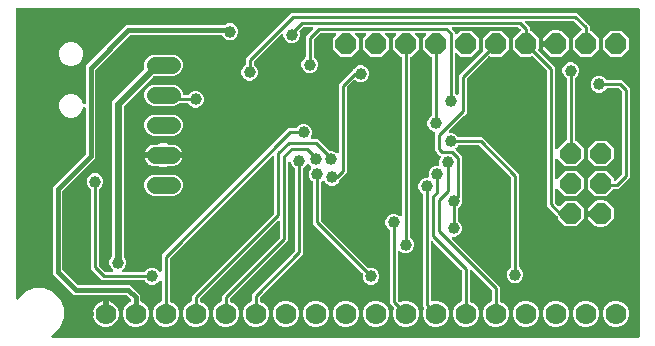
<source format=gbr>
G04 EAGLE Gerber RS-274X export*
G75*
%MOMM*%
%FSLAX34Y34*%
%LPD*%
%INBottom Copper*%
%IPPOS*%
%AMOC8*
5,1,8,0,0,1.08239X$1,22.5*%
G01*
%ADD10P,1.924489X8X292.500000*%
%ADD11C,1.422400*%
%ADD12C,1.778000*%
%ADD13C,1.008000*%
%ADD14C,0.406400*%
%ADD15C,0.254000*%
%ADD16C,0.609600*%

G36*
X532248Y5096D02*
X532248Y5096D01*
X532367Y5103D01*
X532405Y5116D01*
X532446Y5121D01*
X532556Y5164D01*
X532669Y5201D01*
X532704Y5223D01*
X532741Y5238D01*
X532837Y5307D01*
X532938Y5371D01*
X532966Y5401D01*
X532999Y5424D01*
X533075Y5516D01*
X533156Y5603D01*
X533176Y5638D01*
X533201Y5669D01*
X533252Y5777D01*
X533310Y5881D01*
X533320Y5921D01*
X533337Y5957D01*
X533359Y6074D01*
X533389Y6189D01*
X533393Y6249D01*
X533397Y6269D01*
X533395Y6290D01*
X533399Y6350D01*
X533399Y283210D01*
X533384Y283328D01*
X533377Y283447D01*
X533364Y283485D01*
X533359Y283526D01*
X533316Y283636D01*
X533279Y283749D01*
X533257Y283784D01*
X533242Y283821D01*
X533173Y283917D01*
X533109Y284018D01*
X533079Y284046D01*
X533056Y284079D01*
X532964Y284155D01*
X532877Y284236D01*
X532842Y284256D01*
X532811Y284281D01*
X532703Y284332D01*
X532599Y284390D01*
X532559Y284400D01*
X532523Y284417D01*
X532406Y284439D01*
X532291Y284469D01*
X532231Y284473D01*
X532211Y284477D01*
X532190Y284475D01*
X532130Y284479D01*
X6350Y284479D01*
X6232Y284464D01*
X6113Y284457D01*
X6075Y284444D01*
X6034Y284439D01*
X5924Y284396D01*
X5811Y284359D01*
X5776Y284337D01*
X5739Y284322D01*
X5643Y284253D01*
X5542Y284189D01*
X5514Y284159D01*
X5481Y284136D01*
X5405Y284044D01*
X5324Y283957D01*
X5304Y283922D01*
X5279Y283891D01*
X5228Y283783D01*
X5170Y283679D01*
X5160Y283639D01*
X5143Y283603D01*
X5121Y283486D01*
X5091Y283371D01*
X5087Y283311D01*
X5083Y283291D01*
X5085Y283270D01*
X5081Y283210D01*
X5081Y38688D01*
X5098Y38550D01*
X5111Y38411D01*
X5118Y38392D01*
X5121Y38372D01*
X5172Y38243D01*
X5219Y38112D01*
X5230Y38095D01*
X5238Y38076D01*
X5319Y37964D01*
X5397Y37849D01*
X5413Y37835D01*
X5424Y37819D01*
X5532Y37730D01*
X5636Y37638D01*
X5654Y37629D01*
X5669Y37616D01*
X5795Y37557D01*
X5919Y37494D01*
X5939Y37489D01*
X5957Y37481D01*
X6093Y37455D01*
X6229Y37424D01*
X6250Y37425D01*
X6269Y37421D01*
X6408Y37430D01*
X6547Y37434D01*
X6567Y37439D01*
X6587Y37441D01*
X6719Y37483D01*
X6853Y37522D01*
X6870Y37532D01*
X6889Y37539D01*
X7007Y37613D01*
X7127Y37684D01*
X7148Y37702D01*
X7158Y37709D01*
X7172Y37724D01*
X7247Y37790D01*
X13079Y43621D01*
X20827Y46831D01*
X29213Y46831D01*
X36961Y43621D01*
X42891Y37691D01*
X46101Y29943D01*
X46101Y21557D01*
X42891Y13809D01*
X36961Y7879D01*
X36102Y7523D01*
X36041Y7488D01*
X35976Y7462D01*
X35904Y7410D01*
X35826Y7365D01*
X35775Y7317D01*
X35719Y7276D01*
X35662Y7206D01*
X35597Y7144D01*
X35561Y7084D01*
X35516Y7031D01*
X35478Y6949D01*
X35431Y6873D01*
X35410Y6806D01*
X35381Y6743D01*
X35364Y6655D01*
X35337Y6569D01*
X35334Y6499D01*
X35321Y6430D01*
X35326Y6341D01*
X35322Y6251D01*
X35336Y6183D01*
X35341Y6113D01*
X35368Y6028D01*
X35386Y5940D01*
X35417Y5877D01*
X35439Y5811D01*
X35487Y5735D01*
X35526Y5654D01*
X35571Y5601D01*
X35609Y5542D01*
X35674Y5480D01*
X35732Y5412D01*
X35789Y5372D01*
X35840Y5324D01*
X35919Y5281D01*
X35992Y5229D01*
X36058Y5204D01*
X36119Y5170D01*
X36206Y5148D01*
X36290Y5116D01*
X36359Y5108D01*
X36427Y5091D01*
X36587Y5081D01*
X532130Y5081D01*
X532248Y5096D01*
G37*
%LPC*%
G36*
X333107Y14477D02*
X333107Y14477D01*
X329093Y16140D01*
X326020Y19213D01*
X324357Y23227D01*
X324357Y27573D01*
X325228Y29674D01*
X325235Y29702D01*
X325249Y29728D01*
X325277Y29855D01*
X325311Y29980D01*
X325312Y30010D01*
X325318Y30039D01*
X325314Y30168D01*
X325317Y30298D01*
X325310Y30327D01*
X325309Y30357D01*
X325273Y30481D01*
X325242Y30608D01*
X325229Y30634D01*
X325220Y30662D01*
X325155Y30774D01*
X325094Y30889D01*
X325074Y30911D01*
X325059Y30936D01*
X324952Y31057D01*
X321817Y34192D01*
X321817Y95734D01*
X321814Y95764D01*
X321816Y95793D01*
X321794Y95921D01*
X321777Y96050D01*
X321767Y96077D01*
X321762Y96107D01*
X321708Y96225D01*
X321660Y96346D01*
X321643Y96370D01*
X321631Y96397D01*
X321550Y96498D01*
X321474Y96603D01*
X321451Y96622D01*
X321432Y96645D01*
X321329Y96723D01*
X321229Y96806D01*
X321202Y96818D01*
X321178Y96836D01*
X321126Y96862D01*
X319124Y98864D01*
X318047Y101463D01*
X318047Y104277D01*
X319124Y106876D01*
X321114Y108866D01*
X323713Y109943D01*
X326527Y109943D01*
X329126Y108866D01*
X329811Y108182D01*
X329920Y108097D01*
X330027Y108008D01*
X330046Y107999D01*
X330062Y107987D01*
X330190Y107932D01*
X330315Y107872D01*
X330335Y107869D01*
X330354Y107861D01*
X330492Y107839D01*
X330628Y107813D01*
X330648Y107814D01*
X330668Y107811D01*
X330807Y107824D01*
X330945Y107832D01*
X330964Y107839D01*
X330984Y107840D01*
X331115Y107888D01*
X331247Y107930D01*
X331265Y107941D01*
X331284Y107948D01*
X331398Y108026D01*
X331516Y108101D01*
X331530Y108115D01*
X331547Y108127D01*
X331639Y108231D01*
X331734Y108332D01*
X331744Y108350D01*
X331757Y108365D01*
X331820Y108489D01*
X331888Y108611D01*
X331893Y108630D01*
X331902Y108648D01*
X331932Y108784D01*
X331967Y108919D01*
X331969Y108947D01*
X331972Y108959D01*
X331971Y108979D01*
X331977Y109079D01*
X331977Y241808D01*
X331962Y241926D01*
X331955Y242045D01*
X331942Y242083D01*
X331937Y242124D01*
X331894Y242234D01*
X331857Y242347D01*
X331835Y242382D01*
X331820Y242419D01*
X331751Y242515D01*
X331687Y242616D01*
X331657Y242644D01*
X331634Y242677D01*
X331542Y242753D01*
X331455Y242834D01*
X331420Y242854D01*
X331389Y242879D01*
X331281Y242930D01*
X331177Y242988D01*
X331137Y242998D01*
X331101Y243015D01*
X330984Y243037D01*
X330869Y243067D01*
X330809Y243071D01*
X330789Y243075D01*
X330768Y243073D01*
X330759Y243074D01*
X324357Y249476D01*
X324357Y258524D01*
X327063Y261231D01*
X327149Y261340D01*
X327237Y261447D01*
X327246Y261466D01*
X327258Y261482D01*
X327314Y261610D01*
X327373Y261735D01*
X327377Y261755D01*
X327385Y261774D01*
X327407Y261912D01*
X327433Y262048D01*
X327431Y262068D01*
X327435Y262088D01*
X327422Y262227D01*
X327413Y262365D01*
X327407Y262384D01*
X327405Y262404D01*
X327358Y262536D01*
X327315Y262667D01*
X327304Y262685D01*
X327297Y262704D01*
X327219Y262819D01*
X327145Y262936D01*
X327130Y262950D01*
X327119Y262967D01*
X327014Y263059D01*
X326913Y263154D01*
X326895Y263164D01*
X326880Y263177D01*
X326756Y263241D01*
X326635Y263308D01*
X326615Y263313D01*
X326597Y263322D01*
X326461Y263352D01*
X326327Y263387D01*
X326299Y263389D01*
X326287Y263392D01*
X326266Y263391D01*
X326166Y263397D01*
X318994Y263397D01*
X318857Y263380D01*
X318718Y263367D01*
X318699Y263360D01*
X318678Y263357D01*
X318550Y263306D01*
X318418Y263259D01*
X318402Y263248D01*
X318383Y263240D01*
X318270Y263159D01*
X318155Y263081D01*
X318142Y263065D01*
X318125Y263054D01*
X318037Y262946D01*
X317945Y262842D01*
X317936Y262824D01*
X317923Y262809D01*
X317863Y262683D01*
X317800Y262559D01*
X317796Y262539D01*
X317787Y262521D01*
X317761Y262385D01*
X317731Y262249D01*
X317731Y262228D01*
X317727Y262209D01*
X317736Y262070D01*
X317740Y261931D01*
X317746Y261911D01*
X317747Y261891D01*
X317790Y261759D01*
X317829Y261625D01*
X317839Y261608D01*
X317845Y261589D01*
X317920Y261471D01*
X317990Y261351D01*
X318009Y261330D01*
X318015Y261320D01*
X318030Y261306D01*
X318097Y261231D01*
X320803Y258524D01*
X320803Y249476D01*
X314404Y243077D01*
X305356Y243077D01*
X298957Y249476D01*
X298957Y258524D01*
X301663Y261231D01*
X301749Y261340D01*
X301837Y261447D01*
X301846Y261466D01*
X301858Y261482D01*
X301914Y261610D01*
X301973Y261735D01*
X301977Y261755D01*
X301985Y261774D01*
X302007Y261912D01*
X302033Y262048D01*
X302031Y262068D01*
X302035Y262088D01*
X302022Y262227D01*
X302013Y262365D01*
X302007Y262384D01*
X302005Y262404D01*
X301958Y262536D01*
X301915Y262667D01*
X301904Y262685D01*
X301897Y262704D01*
X301819Y262819D01*
X301745Y262936D01*
X301730Y262950D01*
X301719Y262967D01*
X301614Y263059D01*
X301513Y263154D01*
X301495Y263164D01*
X301480Y263177D01*
X301356Y263241D01*
X301235Y263308D01*
X301215Y263313D01*
X301197Y263322D01*
X301061Y263352D01*
X300927Y263387D01*
X300899Y263389D01*
X300887Y263392D01*
X300866Y263391D01*
X300766Y263397D01*
X293594Y263397D01*
X293457Y263380D01*
X293318Y263367D01*
X293299Y263360D01*
X293278Y263357D01*
X293150Y263306D01*
X293018Y263259D01*
X293002Y263248D01*
X292983Y263240D01*
X292870Y263159D01*
X292755Y263081D01*
X292742Y263065D01*
X292725Y263054D01*
X292637Y262946D01*
X292545Y262842D01*
X292536Y262824D01*
X292523Y262809D01*
X292463Y262683D01*
X292400Y262559D01*
X292396Y262539D01*
X292387Y262521D01*
X292361Y262385D01*
X292331Y262249D01*
X292331Y262228D01*
X292327Y262209D01*
X292336Y262070D01*
X292340Y261931D01*
X292346Y261911D01*
X292347Y261891D01*
X292390Y261759D01*
X292429Y261625D01*
X292439Y261608D01*
X292445Y261589D01*
X292520Y261471D01*
X292590Y261351D01*
X292609Y261330D01*
X292615Y261320D01*
X292630Y261306D01*
X292697Y261231D01*
X295403Y258524D01*
X295403Y249476D01*
X289004Y243077D01*
X279956Y243077D01*
X273557Y249476D01*
X273557Y258524D01*
X276263Y261231D01*
X276349Y261340D01*
X276437Y261447D01*
X276446Y261466D01*
X276458Y261482D01*
X276514Y261610D01*
X276573Y261735D01*
X276577Y261755D01*
X276585Y261774D01*
X276607Y261912D01*
X276633Y262048D01*
X276631Y262068D01*
X276635Y262088D01*
X276622Y262227D01*
X276613Y262365D01*
X276607Y262384D01*
X276605Y262404D01*
X276558Y262536D01*
X276515Y262667D01*
X276504Y262685D01*
X276497Y262704D01*
X276419Y262819D01*
X276345Y262936D01*
X276330Y262950D01*
X276319Y262967D01*
X276214Y263059D01*
X276113Y263154D01*
X276095Y263164D01*
X276080Y263177D01*
X275956Y263241D01*
X275835Y263308D01*
X275815Y263313D01*
X275797Y263322D01*
X275661Y263352D01*
X275527Y263387D01*
X275499Y263389D01*
X275487Y263392D01*
X275466Y263391D01*
X275366Y263397D01*
X263514Y263397D01*
X263416Y263385D01*
X263317Y263382D01*
X263258Y263365D01*
X263198Y263357D01*
X263106Y263321D01*
X263011Y263293D01*
X262959Y263263D01*
X262903Y263240D01*
X262823Y263182D01*
X262737Y263132D01*
X262662Y263066D01*
X262645Y263054D01*
X262637Y263044D01*
X262616Y263026D01*
X257674Y258084D01*
X257614Y258005D01*
X257546Y257933D01*
X257517Y257880D01*
X257480Y257832D01*
X257440Y257741D01*
X257392Y257655D01*
X257377Y257596D01*
X257353Y257541D01*
X257338Y257442D01*
X257313Y257347D01*
X257307Y257247D01*
X257303Y257226D01*
X257305Y257214D01*
X257303Y257186D01*
X257303Y243356D01*
X257306Y243326D01*
X257304Y243297D01*
X257326Y243169D01*
X257343Y243040D01*
X257353Y243013D01*
X257358Y242983D01*
X257412Y242865D01*
X257460Y242744D01*
X257477Y242720D01*
X257489Y242693D01*
X257570Y242592D01*
X257646Y242487D01*
X257669Y242468D01*
X257688Y242445D01*
X257791Y242367D01*
X257891Y242284D01*
X257918Y242272D01*
X257942Y242254D01*
X257994Y242228D01*
X259996Y240226D01*
X261073Y237627D01*
X261073Y234813D01*
X259996Y232214D01*
X258006Y230224D01*
X255407Y229147D01*
X252593Y229147D01*
X249994Y230224D01*
X248004Y232214D01*
X246927Y234813D01*
X246927Y237627D01*
X248004Y240226D01*
X250013Y242236D01*
X250077Y242276D01*
X250190Y242340D01*
X250211Y242361D01*
X250236Y242377D01*
X250325Y242472D01*
X250418Y242562D01*
X250434Y242587D01*
X250454Y242608D01*
X250517Y242722D01*
X250585Y242833D01*
X250593Y242861D01*
X250608Y242887D01*
X250640Y243013D01*
X250678Y243137D01*
X250680Y243166D01*
X250687Y243195D01*
X250697Y243356D01*
X250697Y260448D01*
X256560Y266311D01*
X256645Y266420D01*
X256734Y266527D01*
X256742Y266546D01*
X256755Y266562D01*
X256810Y266690D01*
X256869Y266815D01*
X256873Y266835D01*
X256881Y266854D01*
X256903Y266992D01*
X256929Y267128D01*
X256928Y267148D01*
X256931Y267168D01*
X256918Y267307D01*
X256909Y267445D01*
X256903Y267464D01*
X256901Y267484D01*
X256854Y267616D01*
X256811Y267747D01*
X256800Y267765D01*
X256793Y267784D01*
X256715Y267899D01*
X256641Y268016D01*
X256626Y268030D01*
X256615Y268047D01*
X256511Y268139D01*
X256409Y268234D01*
X256392Y268244D01*
X256376Y268257D01*
X256252Y268321D01*
X256131Y268388D01*
X256111Y268393D01*
X256093Y268402D01*
X255957Y268432D01*
X255823Y268467D01*
X255795Y268469D01*
X255783Y268472D01*
X255762Y268471D01*
X255662Y268477D01*
X249544Y268477D01*
X249446Y268465D01*
X249347Y268462D01*
X249288Y268445D01*
X249228Y268437D01*
X249136Y268401D01*
X249041Y268373D01*
X248989Y268343D01*
X248933Y268320D01*
X248853Y268262D01*
X248767Y268212D01*
X248692Y268146D01*
X248675Y268134D01*
X248667Y268124D01*
X248646Y268106D01*
X245769Y265228D01*
X245751Y265205D01*
X245728Y265186D01*
X245654Y265080D01*
X245574Y264977D01*
X245562Y264950D01*
X245545Y264926D01*
X245499Y264804D01*
X245448Y264685D01*
X245443Y264656D01*
X245433Y264628D01*
X245418Y264499D01*
X245398Y264371D01*
X245401Y264342D01*
X245397Y264312D01*
X245415Y264184D01*
X245428Y264054D01*
X245438Y264027D01*
X245442Y263997D01*
X245494Y263845D01*
X245833Y263027D01*
X245833Y260213D01*
X244756Y257614D01*
X242766Y255624D01*
X240167Y254547D01*
X237353Y254547D01*
X234754Y255624D01*
X232764Y257614D01*
X231687Y260213D01*
X231687Y260782D01*
X231670Y260920D01*
X231657Y261059D01*
X231650Y261078D01*
X231647Y261098D01*
X231596Y261227D01*
X231549Y261358D01*
X231538Y261375D01*
X231530Y261393D01*
X231449Y261506D01*
X231371Y261621D01*
X231355Y261634D01*
X231344Y261651D01*
X231236Y261739D01*
X231132Y261832D01*
X231114Y261841D01*
X231099Y261854D01*
X230973Y261913D01*
X230849Y261976D01*
X230829Y261981D01*
X230811Y261989D01*
X230675Y262015D01*
X230539Y262046D01*
X230518Y262045D01*
X230499Y262049D01*
X230360Y262040D01*
X230221Y262036D01*
X230201Y262030D01*
X230181Y262029D01*
X230049Y261986D01*
X229915Y261948D01*
X229898Y261937D01*
X229879Y261931D01*
X229761Y261857D01*
X229641Y261786D01*
X229620Y261768D01*
X229610Y261761D01*
X229596Y261746D01*
X229521Y261680D01*
X206874Y239034D01*
X206814Y238955D01*
X206746Y238883D01*
X206717Y238830D01*
X206680Y238782D01*
X206640Y238691D01*
X206592Y238605D01*
X206577Y238546D01*
X206553Y238491D01*
X206538Y238393D01*
X206513Y238297D01*
X206507Y238197D01*
X206503Y238176D01*
X206505Y238164D01*
X206503Y238136D01*
X206503Y237005D01*
X206506Y236976D01*
X206504Y236947D01*
X206526Y236819D01*
X206543Y236690D01*
X206553Y236662D01*
X206559Y236633D01*
X206612Y236515D01*
X206660Y236394D01*
X206677Y236370D01*
X206689Y236343D01*
X206770Y236242D01*
X206846Y236137D01*
X206869Y236118D01*
X206888Y236095D01*
X206991Y236017D01*
X207091Y235934D01*
X207118Y235921D01*
X207142Y235904D01*
X207194Y235878D01*
X209196Y233876D01*
X210273Y231277D01*
X210273Y228463D01*
X209196Y225864D01*
X207206Y223874D01*
X204607Y222797D01*
X201793Y222797D01*
X199194Y223874D01*
X197204Y225864D01*
X196127Y228463D01*
X196127Y231277D01*
X197204Y233876D01*
X199213Y235886D01*
X199277Y235926D01*
X199390Y235990D01*
X199411Y236011D01*
X199436Y236027D01*
X199525Y236121D01*
X199618Y236212D01*
X199634Y236237D01*
X199654Y236258D01*
X199717Y236372D01*
X199785Y236483D01*
X199793Y236511D01*
X199808Y236537D01*
X199840Y236662D01*
X199878Y236787D01*
X199880Y236816D01*
X199887Y236845D01*
X199897Y237005D01*
X199897Y241398D01*
X238662Y280163D01*
X480158Y280163D01*
X490983Y269338D01*
X490983Y266192D01*
X490998Y266074D01*
X491005Y265955D01*
X491018Y265917D01*
X491023Y265876D01*
X491066Y265766D01*
X491103Y265653D01*
X491125Y265618D01*
X491140Y265581D01*
X491209Y265485D01*
X491273Y265384D01*
X491303Y265356D01*
X491326Y265323D01*
X491418Y265247D01*
X491505Y265166D01*
X491540Y265146D01*
X491571Y265121D01*
X491679Y265070D01*
X491783Y265012D01*
X491823Y265002D01*
X491859Y264985D01*
X491976Y264963D01*
X492091Y264933D01*
X492151Y264929D01*
X492171Y264925D01*
X492192Y264927D01*
X492201Y264926D01*
X498603Y258524D01*
X498603Y249476D01*
X492204Y243077D01*
X483156Y243077D01*
X476757Y249476D01*
X476757Y258524D01*
X483178Y264945D01*
X483269Y264953D01*
X483288Y264960D01*
X483308Y264963D01*
X483437Y265014D01*
X483568Y265061D01*
X483585Y265072D01*
X483603Y265080D01*
X483716Y265161D01*
X483831Y265239D01*
X483844Y265255D01*
X483861Y265266D01*
X483950Y265374D01*
X484042Y265478D01*
X484051Y265496D01*
X484064Y265511D01*
X484123Y265637D01*
X484186Y265761D01*
X484191Y265781D01*
X484199Y265799D01*
X484225Y265935D01*
X484256Y266071D01*
X484255Y266092D01*
X484259Y266111D01*
X484250Y266250D01*
X484246Y266389D01*
X484240Y266409D01*
X484239Y266429D01*
X484196Y266561D01*
X484158Y266695D01*
X484147Y266712D01*
X484141Y266731D01*
X484067Y266849D01*
X483996Y266969D01*
X483978Y266990D01*
X483971Y267000D01*
X483956Y267014D01*
X483890Y267089D01*
X477794Y273186D01*
X477715Y273246D01*
X477643Y273314D01*
X477590Y273343D01*
X477542Y273380D01*
X477451Y273420D01*
X477365Y273468D01*
X477306Y273483D01*
X477251Y273507D01*
X477153Y273522D01*
X477057Y273547D01*
X476957Y273553D01*
X476936Y273557D01*
X476924Y273555D01*
X476896Y273557D01*
X437758Y273557D01*
X437620Y273540D01*
X437481Y273527D01*
X437462Y273520D01*
X437442Y273517D01*
X437313Y273466D01*
X437182Y273419D01*
X437165Y273408D01*
X437147Y273400D01*
X437034Y273319D01*
X436919Y273241D01*
X436906Y273225D01*
X436889Y273214D01*
X436800Y273106D01*
X436708Y273002D01*
X436699Y272984D01*
X436686Y272969D01*
X436627Y272843D01*
X436564Y272719D01*
X436559Y272699D01*
X436551Y272681D01*
X436525Y272544D01*
X436494Y272409D01*
X436495Y272388D01*
X436491Y272369D01*
X436500Y272230D01*
X436504Y272091D01*
X436510Y272071D01*
X436511Y272051D01*
X436554Y271919D01*
X436592Y271785D01*
X436603Y271768D01*
X436609Y271749D01*
X436683Y271631D01*
X436754Y271511D01*
X436772Y271490D01*
X436779Y271480D01*
X436794Y271466D01*
X436860Y271391D01*
X437876Y270375D01*
X437876Y270374D01*
X440183Y268068D01*
X440183Y266192D01*
X440198Y266074D01*
X440205Y265955D01*
X440218Y265917D01*
X440223Y265876D01*
X440266Y265766D01*
X440303Y265653D01*
X440325Y265618D01*
X440340Y265581D01*
X440409Y265485D01*
X440473Y265384D01*
X440503Y265356D01*
X440526Y265323D01*
X440618Y265247D01*
X440705Y265166D01*
X440740Y265146D01*
X440771Y265121D01*
X440879Y265070D01*
X440983Y265012D01*
X441023Y265002D01*
X441059Y264985D01*
X441176Y264963D01*
X441291Y264933D01*
X441351Y264929D01*
X441371Y264925D01*
X441392Y264927D01*
X441401Y264926D01*
X447803Y258524D01*
X447803Y249466D01*
X447763Y249415D01*
X447685Y249326D01*
X447666Y249290D01*
X447641Y249258D01*
X447594Y249149D01*
X447540Y249043D01*
X447531Y249003D01*
X447515Y248966D01*
X447496Y248849D01*
X447470Y248733D01*
X447472Y248692D01*
X447465Y248652D01*
X447476Y248534D01*
X447480Y248415D01*
X447491Y248376D01*
X447495Y248336D01*
X447535Y248223D01*
X447568Y248109D01*
X447589Y248074D01*
X447603Y248036D01*
X447670Y247938D01*
X447730Y247835D01*
X447770Y247790D01*
X447781Y247773D01*
X447797Y247760D01*
X447836Y247714D01*
X461773Y233778D01*
X461773Y166204D01*
X461790Y166066D01*
X461803Y165928D01*
X461810Y165909D01*
X461813Y165888D01*
X461864Y165759D01*
X461911Y165628D01*
X461922Y165612D01*
X461930Y165593D01*
X462011Y165480D01*
X462089Y165365D01*
X462105Y165352D01*
X462116Y165335D01*
X462224Y165247D01*
X462328Y165155D01*
X462346Y165146D01*
X462361Y165133D01*
X462487Y165073D01*
X462611Y165010D01*
X462631Y165006D01*
X462649Y164997D01*
X462785Y164971D01*
X462921Y164941D01*
X462942Y164941D01*
X462961Y164937D01*
X463100Y164946D01*
X463239Y164950D01*
X463259Y164956D01*
X463279Y164957D01*
X463411Y165000D01*
X463545Y165039D01*
X463562Y165049D01*
X463581Y165055D01*
X463699Y165130D01*
X463819Y165200D01*
X463840Y165219D01*
X463850Y165225D01*
X463864Y165240D01*
X463939Y165307D01*
X470563Y171930D01*
X470645Y171935D01*
X470683Y171948D01*
X470724Y171953D01*
X470834Y171996D01*
X470947Y172033D01*
X470982Y172055D01*
X471019Y172070D01*
X471115Y172139D01*
X471216Y172203D01*
X471244Y172233D01*
X471277Y172256D01*
X471353Y172348D01*
X471434Y172435D01*
X471454Y172470D01*
X471479Y172501D01*
X471530Y172609D01*
X471588Y172713D01*
X471598Y172753D01*
X471615Y172789D01*
X471637Y172906D01*
X471667Y173021D01*
X471671Y173081D01*
X471675Y173101D01*
X471673Y173122D01*
X471677Y173182D01*
X471677Y224004D01*
X471674Y224034D01*
X471676Y224063D01*
X471654Y224191D01*
X471637Y224320D01*
X471627Y224347D01*
X471622Y224377D01*
X471568Y224495D01*
X471520Y224616D01*
X471503Y224640D01*
X471491Y224667D01*
X471410Y224768D01*
X471334Y224873D01*
X471311Y224892D01*
X471292Y224915D01*
X471189Y224993D01*
X471089Y225076D01*
X471062Y225088D01*
X471038Y225106D01*
X470986Y225132D01*
X468984Y227134D01*
X467907Y229733D01*
X467907Y232547D01*
X468984Y235146D01*
X470974Y237136D01*
X473573Y238213D01*
X476387Y238213D01*
X478986Y237136D01*
X480976Y235146D01*
X482053Y232547D01*
X482053Y229733D01*
X480976Y227134D01*
X478967Y225124D01*
X478903Y225084D01*
X478790Y225020D01*
X478769Y224999D01*
X478744Y224983D01*
X478655Y224888D01*
X478562Y224798D01*
X478546Y224773D01*
X478526Y224752D01*
X478463Y224638D01*
X478395Y224527D01*
X478387Y224499D01*
X478372Y224473D01*
X478340Y224347D01*
X478302Y224223D01*
X478300Y224194D01*
X478293Y224165D01*
X478283Y224004D01*
X478283Y173182D01*
X478298Y173064D01*
X478305Y172945D01*
X478318Y172907D01*
X478323Y172866D01*
X478366Y172756D01*
X478403Y172643D01*
X478425Y172608D01*
X478440Y172571D01*
X478509Y172475D01*
X478573Y172374D01*
X478603Y172346D01*
X478626Y172313D01*
X478718Y172237D01*
X478805Y172156D01*
X478840Y172136D01*
X478871Y172111D01*
X478979Y172060D01*
X479083Y172002D01*
X479123Y171992D01*
X479159Y171975D01*
X479276Y171953D01*
X479391Y171923D01*
X479451Y171919D01*
X479471Y171915D01*
X479492Y171917D01*
X479552Y171913D01*
X479594Y171913D01*
X485993Y165514D01*
X485993Y156466D01*
X479594Y150067D01*
X470546Y150067D01*
X463939Y156673D01*
X463830Y156759D01*
X463723Y156847D01*
X463704Y156856D01*
X463688Y156868D01*
X463560Y156924D01*
X463435Y156983D01*
X463415Y156987D01*
X463396Y156995D01*
X463258Y157017D01*
X463122Y157043D01*
X463102Y157041D01*
X463082Y157045D01*
X462943Y157032D01*
X462805Y157023D01*
X462786Y157017D01*
X462766Y157015D01*
X462634Y156968D01*
X462503Y156925D01*
X462485Y156914D01*
X462466Y156907D01*
X462351Y156829D01*
X462234Y156755D01*
X462220Y156740D01*
X462203Y156729D01*
X462111Y156624D01*
X462016Y156523D01*
X462006Y156505D01*
X461993Y156490D01*
X461929Y156366D01*
X461862Y156245D01*
X461857Y156225D01*
X461848Y156207D01*
X461818Y156071D01*
X461783Y155937D01*
X461781Y155909D01*
X461778Y155897D01*
X461779Y155876D01*
X461773Y155776D01*
X461773Y140804D01*
X461790Y140666D01*
X461803Y140528D01*
X461810Y140509D01*
X461813Y140488D01*
X461864Y140359D01*
X461911Y140228D01*
X461922Y140212D01*
X461930Y140193D01*
X462011Y140080D01*
X462089Y139965D01*
X462105Y139952D01*
X462116Y139935D01*
X462224Y139847D01*
X462328Y139755D01*
X462346Y139746D01*
X462361Y139733D01*
X462487Y139673D01*
X462611Y139610D01*
X462631Y139606D01*
X462649Y139597D01*
X462785Y139571D01*
X462921Y139541D01*
X462942Y139541D01*
X462961Y139537D01*
X463100Y139546D01*
X463239Y139550D01*
X463259Y139556D01*
X463279Y139557D01*
X463411Y139600D01*
X463545Y139639D01*
X463562Y139649D01*
X463581Y139655D01*
X463699Y139730D01*
X463819Y139800D01*
X463840Y139819D01*
X463850Y139825D01*
X463864Y139840D01*
X463939Y139907D01*
X470546Y146513D01*
X479594Y146513D01*
X485993Y140114D01*
X485993Y131066D01*
X479594Y124667D01*
X470546Y124667D01*
X463939Y131273D01*
X463830Y131359D01*
X463723Y131447D01*
X463704Y131456D01*
X463688Y131468D01*
X463560Y131524D01*
X463435Y131583D01*
X463415Y131587D01*
X463396Y131595D01*
X463258Y131617D01*
X463122Y131643D01*
X463102Y131641D01*
X463082Y131645D01*
X462943Y131632D01*
X462805Y131623D01*
X462786Y131617D01*
X462766Y131615D01*
X462634Y131568D01*
X462503Y131525D01*
X462485Y131514D01*
X462466Y131507D01*
X462351Y131429D01*
X462234Y131355D01*
X462220Y131340D01*
X462203Y131329D01*
X462111Y131224D01*
X462016Y131123D01*
X462006Y131105D01*
X461993Y131090D01*
X461929Y130966D01*
X461862Y130845D01*
X461857Y130825D01*
X461848Y130807D01*
X461818Y130671D01*
X461783Y130537D01*
X461781Y130509D01*
X461778Y130497D01*
X461779Y130476D01*
X461773Y130376D01*
X461773Y120004D01*
X461785Y119906D01*
X461788Y119807D01*
X461805Y119748D01*
X461813Y119688D01*
X461849Y119596D01*
X461877Y119501D01*
X461907Y119449D01*
X461930Y119393D01*
X461988Y119313D01*
X462038Y119227D01*
X462104Y119152D01*
X462116Y119135D01*
X462126Y119127D01*
X462144Y119106D01*
X464444Y116806D01*
X464539Y116733D01*
X464628Y116655D01*
X464664Y116636D01*
X464696Y116611D01*
X464805Y116564D01*
X464911Y116510D01*
X464950Y116501D01*
X464987Y116485D01*
X465105Y116466D01*
X465221Y116440D01*
X465262Y116442D01*
X465302Y116435D01*
X465420Y116446D01*
X465539Y116450D01*
X465578Y116461D01*
X465618Y116465D01*
X465730Y116505D01*
X465845Y116538D01*
X465879Y116559D01*
X465917Y116573D01*
X466016Y116640D01*
X466119Y116700D01*
X466164Y116740D01*
X466181Y116751D01*
X466194Y116767D01*
X466239Y116806D01*
X470546Y121113D01*
X479594Y121113D01*
X485993Y114714D01*
X485993Y105666D01*
X479594Y99267D01*
X470546Y99267D01*
X464147Y105666D01*
X464147Y107236D01*
X464135Y107334D01*
X464132Y107433D01*
X464115Y107492D01*
X464107Y107552D01*
X464071Y107644D01*
X464043Y107739D01*
X464013Y107791D01*
X463990Y107847D01*
X463932Y107927D01*
X463882Y108013D01*
X463816Y108088D01*
X463804Y108105D01*
X463794Y108113D01*
X463776Y108134D01*
X455167Y116742D01*
X455167Y230516D01*
X455155Y230614D01*
X455152Y230713D01*
X455135Y230772D01*
X455127Y230832D01*
X455091Y230924D01*
X455063Y231019D01*
X455033Y231071D01*
X455010Y231127D01*
X454952Y231207D01*
X454902Y231293D01*
X454836Y231368D01*
X454824Y231385D01*
X454814Y231393D01*
X454796Y231414D01*
X443166Y243044D01*
X443071Y243117D01*
X442982Y243195D01*
X442946Y243214D01*
X442914Y243239D01*
X442805Y243286D01*
X442699Y243340D01*
X442660Y243349D01*
X442623Y243365D01*
X442505Y243384D01*
X442389Y243410D01*
X442348Y243408D01*
X442308Y243415D01*
X442190Y243404D01*
X442071Y243400D01*
X442032Y243389D01*
X441992Y243385D01*
X441880Y243345D01*
X441765Y243312D01*
X441731Y243291D01*
X441693Y243277D01*
X441594Y243210D01*
X441491Y243150D01*
X441446Y243110D01*
X441429Y243099D01*
X441416Y243083D01*
X441409Y243077D01*
X432356Y243077D01*
X425957Y249476D01*
X425957Y258524D01*
X432274Y264841D01*
X432347Y264935D01*
X432425Y265024D01*
X432444Y265060D01*
X432469Y265092D01*
X432516Y265201D01*
X432570Y265307D01*
X432579Y265347D01*
X432595Y265384D01*
X432614Y265502D01*
X432640Y265618D01*
X432638Y265658D01*
X432645Y265698D01*
X432634Y265816D01*
X432630Y265935D01*
X432619Y265974D01*
X432615Y266014D01*
X432575Y266127D01*
X432542Y266241D01*
X432521Y266276D01*
X432507Y266314D01*
X432440Y266412D01*
X432380Y266515D01*
X432340Y266560D01*
X432329Y266577D01*
X432313Y266590D01*
X432274Y266636D01*
X430804Y268106D01*
X430725Y268166D01*
X430653Y268234D01*
X430600Y268263D01*
X430552Y268300D01*
X430461Y268340D01*
X430375Y268388D01*
X430316Y268403D01*
X430261Y268427D01*
X430163Y268442D01*
X430067Y268467D01*
X429967Y268473D01*
X429946Y268477D01*
X429934Y268475D01*
X429906Y268477D01*
X375528Y268477D01*
X375390Y268460D01*
X375251Y268447D01*
X375232Y268440D01*
X375212Y268437D01*
X375083Y268386D01*
X374952Y268339D01*
X374935Y268328D01*
X374917Y268320D01*
X374804Y268239D01*
X374689Y268161D01*
X374676Y268145D01*
X374659Y268134D01*
X374570Y268026D01*
X374478Y267922D01*
X374469Y267904D01*
X374456Y267889D01*
X374397Y267763D01*
X374334Y267639D01*
X374329Y267619D01*
X374321Y267601D01*
X374295Y267465D01*
X374264Y267329D01*
X374265Y267308D01*
X374261Y267289D01*
X374270Y267150D01*
X374274Y267011D01*
X374280Y266991D01*
X374281Y266971D01*
X374324Y266839D01*
X374362Y266705D01*
X374373Y266688D01*
X374379Y266669D01*
X374453Y266551D01*
X374524Y266431D01*
X374542Y266410D01*
X374549Y266400D01*
X374564Y266386D01*
X374630Y266311D01*
X376683Y264258D01*
X376683Y263114D01*
X376700Y262977D01*
X376713Y262838D01*
X376720Y262819D01*
X376723Y262798D01*
X376774Y262670D01*
X376821Y262538D01*
X376832Y262522D01*
X376840Y262503D01*
X376921Y262390D01*
X376999Y262275D01*
X377015Y262262D01*
X377026Y262245D01*
X377134Y262157D01*
X377238Y262065D01*
X377256Y262056D01*
X377271Y262043D01*
X377397Y261983D01*
X377521Y261920D01*
X377541Y261916D01*
X377559Y261907D01*
X377695Y261881D01*
X377831Y261851D01*
X377852Y261851D01*
X377871Y261847D01*
X378010Y261856D01*
X378149Y261860D01*
X378169Y261866D01*
X378189Y261867D01*
X378321Y261910D01*
X378455Y261949D01*
X378472Y261959D01*
X378491Y261965D01*
X378609Y262040D01*
X378729Y262110D01*
X378750Y262129D01*
X378760Y262135D01*
X378774Y262150D01*
X378849Y262217D01*
X381556Y264923D01*
X390604Y264923D01*
X397003Y258524D01*
X397003Y249476D01*
X390604Y243077D01*
X381556Y243077D01*
X378849Y245783D01*
X378740Y245869D01*
X378633Y245957D01*
X378614Y245966D01*
X378598Y245978D01*
X378470Y246034D01*
X378345Y246093D01*
X378325Y246097D01*
X378306Y246105D01*
X378168Y246127D01*
X378032Y246153D01*
X378012Y246151D01*
X377992Y246155D01*
X377853Y246142D01*
X377715Y246133D01*
X377696Y246127D01*
X377676Y246125D01*
X377544Y246078D01*
X377413Y246035D01*
X377395Y246024D01*
X377376Y246017D01*
X377261Y245939D01*
X377144Y245865D01*
X377130Y245850D01*
X377113Y245839D01*
X377021Y245734D01*
X376926Y245633D01*
X376916Y245615D01*
X376903Y245600D01*
X376839Y245476D01*
X376772Y245355D01*
X376767Y245335D01*
X376758Y245317D01*
X376728Y245181D01*
X376693Y245047D01*
X376691Y245019D01*
X376688Y245007D01*
X376689Y244986D01*
X376683Y244886D01*
X376683Y212876D01*
X376686Y212846D01*
X376684Y212817D01*
X376706Y212689D01*
X376723Y212560D01*
X376733Y212533D01*
X376738Y212503D01*
X376792Y212385D01*
X376840Y212264D01*
X376857Y212240D01*
X376869Y212213D01*
X376950Y212112D01*
X377026Y212007D01*
X377049Y211988D01*
X377068Y211965D01*
X377171Y211887D01*
X377271Y211804D01*
X377298Y211792D01*
X377322Y211774D01*
X377374Y211748D01*
X378071Y211052D01*
X378156Y210986D01*
X378202Y210942D01*
X378225Y210930D01*
X378287Y210878D01*
X378306Y210869D01*
X378322Y210857D01*
X378450Y210802D01*
X378575Y210742D01*
X378595Y210739D01*
X378614Y210731D01*
X378752Y210709D01*
X378888Y210683D01*
X378908Y210684D01*
X378928Y210681D01*
X379067Y210694D01*
X379205Y210702D01*
X379224Y210709D01*
X379244Y210710D01*
X379375Y210758D01*
X379507Y210800D01*
X379525Y210811D01*
X379544Y210818D01*
X379658Y210896D01*
X379776Y210971D01*
X379790Y210985D01*
X379807Y210997D01*
X379899Y211101D01*
X379994Y211202D01*
X380004Y211220D01*
X380017Y211235D01*
X380080Y211359D01*
X380148Y211481D01*
X380153Y211500D01*
X380162Y211518D01*
X380175Y211575D01*
X380175Y211576D01*
X380176Y211582D01*
X380192Y211654D01*
X380227Y211789D01*
X380229Y211817D01*
X380232Y211829D01*
X380231Y211849D01*
X380233Y211878D01*
X380235Y211888D01*
X380234Y211899D01*
X380237Y211949D01*
X380237Y227428D01*
X400524Y247714D01*
X400597Y247809D01*
X400675Y247898D01*
X400694Y247934D01*
X400719Y247966D01*
X400766Y248075D01*
X400820Y248181D01*
X400829Y248220D01*
X400845Y248257D01*
X400864Y248375D01*
X400890Y248491D01*
X400888Y248532D01*
X400895Y248572D01*
X400884Y248690D01*
X400880Y248809D01*
X400869Y248848D01*
X400865Y248888D01*
X400825Y249000D01*
X400792Y249115D01*
X400771Y249149D01*
X400757Y249187D01*
X400690Y249286D01*
X400630Y249389D01*
X400590Y249434D01*
X400579Y249451D01*
X400563Y249464D01*
X400557Y249471D01*
X400557Y258524D01*
X406956Y264923D01*
X416004Y264923D01*
X422403Y258524D01*
X422403Y249476D01*
X416004Y243077D01*
X406946Y243077D01*
X406895Y243117D01*
X406806Y243195D01*
X406770Y243214D01*
X406738Y243239D01*
X406629Y243286D01*
X406523Y243340D01*
X406483Y243349D01*
X406446Y243365D01*
X406329Y243384D01*
X406213Y243410D01*
X406172Y243408D01*
X406132Y243415D01*
X406014Y243404D01*
X405895Y243400D01*
X405856Y243389D01*
X405816Y243385D01*
X405703Y243345D01*
X405589Y243312D01*
X405554Y243291D01*
X405516Y243277D01*
X405418Y243211D01*
X405315Y243150D01*
X405270Y243110D01*
X405253Y243099D01*
X405240Y243083D01*
X405194Y243044D01*
X387214Y225064D01*
X387154Y224985D01*
X387086Y224913D01*
X387057Y224860D01*
X387020Y224812D01*
X386980Y224721D01*
X386932Y224635D01*
X386917Y224576D01*
X386893Y224521D01*
X386878Y224422D01*
X386853Y224327D01*
X386847Y224227D01*
X386843Y224206D01*
X386845Y224194D01*
X386843Y224166D01*
X386843Y195482D01*
X384537Y193176D01*
X384536Y193176D01*
X372050Y180689D01*
X371965Y180580D01*
X371876Y180473D01*
X371868Y180454D01*
X371855Y180438D01*
X371800Y180310D01*
X371741Y180185D01*
X371737Y180165D01*
X371729Y180146D01*
X371707Y180008D01*
X371681Y179872D01*
X371682Y179852D01*
X371679Y179832D01*
X371692Y179693D01*
X371701Y179555D01*
X371707Y179536D01*
X371709Y179516D01*
X371756Y179384D01*
X371799Y179253D01*
X371810Y179235D01*
X371817Y179216D01*
X371895Y179101D01*
X371969Y178984D01*
X371984Y178970D01*
X371995Y178953D01*
X372099Y178861D01*
X372201Y178766D01*
X372218Y178756D01*
X372234Y178743D01*
X372357Y178679D01*
X372479Y178612D01*
X372499Y178607D01*
X372517Y178598D01*
X372653Y178568D01*
X372787Y178533D01*
X372815Y178531D01*
X372827Y178528D01*
X372848Y178529D01*
X372948Y178523D01*
X374787Y178523D01*
X377386Y177446D01*
X379396Y175437D01*
X379436Y175373D01*
X379500Y175260D01*
X379521Y175239D01*
X379537Y175214D01*
X379632Y175125D01*
X379722Y175032D01*
X379747Y175016D01*
X379768Y174996D01*
X379882Y174933D01*
X379993Y174865D01*
X380021Y174857D01*
X380047Y174842D01*
X380173Y174810D01*
X380297Y174772D01*
X380326Y174770D01*
X380355Y174763D01*
X380516Y174753D01*
X400148Y174753D01*
X431293Y143608D01*
X431293Y65556D01*
X431296Y65526D01*
X431294Y65497D01*
X431316Y65369D01*
X431333Y65240D01*
X431343Y65213D01*
X431348Y65183D01*
X431402Y65065D01*
X431450Y64944D01*
X431467Y64920D01*
X431479Y64893D01*
X431560Y64792D01*
X431636Y64687D01*
X431659Y64668D01*
X431678Y64645D01*
X431781Y64567D01*
X431881Y64484D01*
X431908Y64472D01*
X431932Y64454D01*
X431984Y64428D01*
X433986Y62426D01*
X435063Y59827D01*
X435063Y57013D01*
X433986Y54414D01*
X431996Y52424D01*
X429397Y51347D01*
X426583Y51347D01*
X423984Y52424D01*
X421994Y54414D01*
X420917Y57013D01*
X420917Y59827D01*
X421994Y62426D01*
X424003Y64436D01*
X424067Y64476D01*
X424180Y64540D01*
X424201Y64561D01*
X424226Y64577D01*
X424315Y64672D01*
X424408Y64762D01*
X424424Y64787D01*
X424444Y64808D01*
X424507Y64922D01*
X424575Y65033D01*
X424583Y65061D01*
X424598Y65087D01*
X424630Y65213D01*
X424668Y65337D01*
X424670Y65366D01*
X424677Y65395D01*
X424687Y65556D01*
X424687Y140346D01*
X424675Y140444D01*
X424672Y140543D01*
X424655Y140602D01*
X424647Y140662D01*
X424611Y140754D01*
X424583Y140849D01*
X424553Y140901D01*
X424530Y140957D01*
X424472Y141037D01*
X424422Y141123D01*
X424356Y141198D01*
X424344Y141215D01*
X424334Y141223D01*
X424316Y141244D01*
X397784Y167776D01*
X397705Y167836D01*
X397633Y167904D01*
X397580Y167933D01*
X397532Y167970D01*
X397441Y168010D01*
X397355Y168058D01*
X397296Y168073D01*
X397241Y168097D01*
X397143Y168112D01*
X397047Y168137D01*
X396947Y168143D01*
X396926Y168147D01*
X396914Y168145D01*
X396886Y168147D01*
X380516Y168147D01*
X380486Y168144D01*
X380457Y168146D01*
X380329Y168124D01*
X380200Y168107D01*
X380173Y168097D01*
X380143Y168092D01*
X380025Y168038D01*
X379904Y167990D01*
X379880Y167973D01*
X379853Y167961D01*
X379752Y167880D01*
X379647Y167804D01*
X379628Y167781D01*
X379605Y167762D01*
X379527Y167659D01*
X379444Y167559D01*
X379432Y167532D01*
X379414Y167508D01*
X379388Y167456D01*
X377804Y165872D01*
X377731Y165778D01*
X377652Y165688D01*
X377634Y165652D01*
X377609Y165620D01*
X377562Y165511D01*
X377508Y165405D01*
X377499Y165366D01*
X377483Y165329D01*
X377464Y165211D01*
X377438Y165095D01*
X377439Y165055D01*
X377433Y165015D01*
X377444Y164896D01*
X377448Y164777D01*
X377459Y164738D01*
X377463Y164698D01*
X377503Y164586D01*
X377536Y164472D01*
X377557Y164437D01*
X377570Y164399D01*
X377637Y164300D01*
X377698Y164198D01*
X377738Y164152D01*
X377749Y164135D01*
X377764Y164122D01*
X377804Y164077D01*
X383033Y158848D01*
X383033Y122940D01*
X383031Y122937D01*
X382980Y122817D01*
X382975Y122788D01*
X382965Y122760D01*
X382950Y122632D01*
X382930Y122503D01*
X382933Y122473D01*
X382929Y122444D01*
X382947Y122316D01*
X382960Y122186D01*
X382970Y122158D01*
X382974Y122129D01*
X382993Y122074D01*
X382993Y119243D01*
X381916Y116644D01*
X379907Y114634D01*
X379843Y114594D01*
X379730Y114530D01*
X379709Y114509D01*
X379684Y114493D01*
X379595Y114398D01*
X379502Y114308D01*
X379486Y114283D01*
X379466Y114262D01*
X379403Y114148D01*
X379335Y114037D01*
X379327Y114009D01*
X379312Y113983D01*
X379280Y113857D01*
X379242Y113733D01*
X379240Y113704D01*
X379233Y113675D01*
X379223Y113514D01*
X379223Y104926D01*
X379226Y104896D01*
X379224Y104867D01*
X379246Y104739D01*
X379263Y104610D01*
X379273Y104583D01*
X379278Y104553D01*
X379332Y104435D01*
X379380Y104314D01*
X379397Y104290D01*
X379409Y104263D01*
X379490Y104162D01*
X379566Y104057D01*
X379589Y104038D01*
X379608Y104015D01*
X379711Y103937D01*
X379811Y103854D01*
X379838Y103842D01*
X379862Y103824D01*
X379914Y103798D01*
X381916Y101796D01*
X382993Y99197D01*
X382993Y96383D01*
X381916Y93784D01*
X379926Y91794D01*
X377327Y90717D01*
X375488Y90717D01*
X375350Y90700D01*
X375211Y90687D01*
X375192Y90680D01*
X375172Y90677D01*
X375043Y90626D01*
X374912Y90579D01*
X374895Y90568D01*
X374877Y90560D01*
X374764Y90479D01*
X374649Y90401D01*
X374636Y90385D01*
X374619Y90374D01*
X374531Y90266D01*
X374438Y90162D01*
X374429Y90144D01*
X374416Y90129D01*
X374357Y90003D01*
X374294Y89879D01*
X374289Y89859D01*
X374281Y89841D01*
X374255Y89705D01*
X374224Y89569D01*
X374225Y89548D01*
X374221Y89529D01*
X374230Y89390D01*
X374234Y89251D01*
X374240Y89231D01*
X374241Y89211D01*
X374284Y89079D01*
X374322Y88945D01*
X374333Y88928D01*
X374339Y88909D01*
X374413Y88791D01*
X374484Y88671D01*
X374502Y88650D01*
X374509Y88640D01*
X374524Y88626D01*
X374590Y88551D01*
X414783Y48358D01*
X414783Y36703D01*
X414786Y36673D01*
X414784Y36644D01*
X414806Y36516D01*
X414823Y36387D01*
X414833Y36360D01*
X414838Y36331D01*
X414892Y36212D01*
X414940Y36091D01*
X414957Y36068D01*
X414969Y36041D01*
X415050Y35939D01*
X415126Y35834D01*
X415149Y35815D01*
X415168Y35792D01*
X415271Y35714D01*
X415371Y35631D01*
X415398Y35619D01*
X415422Y35601D01*
X415566Y35530D01*
X417667Y34660D01*
X420740Y31587D01*
X422403Y27573D01*
X422403Y23227D01*
X420740Y19213D01*
X417667Y16140D01*
X413653Y14477D01*
X409307Y14477D01*
X405293Y16140D01*
X402220Y19213D01*
X400557Y23227D01*
X400557Y27573D01*
X402220Y31587D01*
X405293Y34660D01*
X407394Y35530D01*
X407419Y35545D01*
X407447Y35554D01*
X407557Y35623D01*
X407670Y35688D01*
X407691Y35708D01*
X407716Y35724D01*
X407805Y35819D01*
X407898Y35909D01*
X407914Y35934D01*
X407934Y35956D01*
X407997Y36069D01*
X408065Y36180D01*
X408073Y36208D01*
X408088Y36234D01*
X408120Y36360D01*
X408158Y36484D01*
X408160Y36513D01*
X408167Y36542D01*
X408177Y36703D01*
X408177Y45096D01*
X408165Y45194D01*
X408162Y45293D01*
X408145Y45352D01*
X408137Y45412D01*
X408101Y45504D01*
X408073Y45599D01*
X408043Y45651D01*
X408020Y45707D01*
X407962Y45787D01*
X407912Y45873D01*
X407846Y45948D01*
X407834Y45965D01*
X407824Y45973D01*
X407806Y45994D01*
X391549Y62250D01*
X391440Y62335D01*
X391333Y62424D01*
X391314Y62432D01*
X391298Y62445D01*
X391170Y62500D01*
X391045Y62559D01*
X391025Y62563D01*
X391006Y62571D01*
X390868Y62593D01*
X390732Y62619D01*
X390712Y62618D01*
X390692Y62621D01*
X390553Y62608D01*
X390415Y62599D01*
X390396Y62593D01*
X390376Y62591D01*
X390244Y62544D01*
X390113Y62501D01*
X390095Y62490D01*
X390076Y62483D01*
X389961Y62405D01*
X389844Y62331D01*
X389830Y62316D01*
X389813Y62305D01*
X389721Y62201D01*
X389626Y62099D01*
X389616Y62082D01*
X389603Y62066D01*
X389539Y61943D01*
X389472Y61821D01*
X389467Y61801D01*
X389458Y61783D01*
X389428Y61647D01*
X389393Y61513D01*
X389391Y61485D01*
X389388Y61473D01*
X389389Y61452D01*
X389383Y61352D01*
X389383Y36703D01*
X389386Y36673D01*
X389384Y36644D01*
X389406Y36516D01*
X389423Y36387D01*
X389433Y36360D01*
X389438Y36331D01*
X389492Y36212D01*
X389540Y36091D01*
X389557Y36068D01*
X389569Y36041D01*
X389650Y35939D01*
X389726Y35834D01*
X389749Y35815D01*
X389768Y35792D01*
X389871Y35714D01*
X389971Y35631D01*
X389998Y35619D01*
X390022Y35601D01*
X390166Y35530D01*
X392267Y34660D01*
X395340Y31587D01*
X397003Y27573D01*
X397003Y23227D01*
X395340Y19213D01*
X392267Y16140D01*
X388253Y14477D01*
X383907Y14477D01*
X379893Y16140D01*
X376820Y19213D01*
X375157Y23227D01*
X375157Y27573D01*
X376820Y31587D01*
X379893Y34660D01*
X381994Y35530D01*
X382019Y35545D01*
X382047Y35554D01*
X382157Y35623D01*
X382270Y35688D01*
X382291Y35708D01*
X382316Y35724D01*
X382405Y35819D01*
X382498Y35909D01*
X382514Y35934D01*
X382534Y35956D01*
X382597Y36069D01*
X382665Y36180D01*
X382673Y36208D01*
X382688Y36234D01*
X382720Y36360D01*
X382758Y36484D01*
X382760Y36513D01*
X382767Y36542D01*
X382777Y36703D01*
X382777Y61606D01*
X382765Y61704D01*
X382762Y61803D01*
X382745Y61862D01*
X382737Y61922D01*
X382701Y62014D01*
X382673Y62109D01*
X382643Y62161D01*
X382620Y62217D01*
X382562Y62297D01*
X382512Y62383D01*
X382446Y62458D01*
X382434Y62475D01*
X382424Y62483D01*
X382406Y62504D01*
X358529Y86380D01*
X358420Y86465D01*
X358313Y86554D01*
X358294Y86562D01*
X358278Y86575D01*
X358150Y86630D01*
X358025Y86689D01*
X358005Y86693D01*
X357986Y86701D01*
X357848Y86723D01*
X357712Y86749D01*
X357692Y86748D01*
X357672Y86751D01*
X357533Y86738D01*
X357395Y86729D01*
X357376Y86723D01*
X357356Y86721D01*
X357224Y86674D01*
X357093Y86631D01*
X357075Y86620D01*
X357056Y86613D01*
X356941Y86535D01*
X356824Y86461D01*
X356810Y86446D01*
X356793Y86435D01*
X356701Y86331D01*
X356606Y86229D01*
X356596Y86212D01*
X356583Y86196D01*
X356519Y86073D01*
X356452Y85951D01*
X356447Y85931D01*
X356438Y85913D01*
X356408Y85777D01*
X356373Y85643D01*
X356371Y85615D01*
X356368Y85603D01*
X356369Y85582D01*
X356363Y85482D01*
X356363Y37334D01*
X356369Y37285D01*
X356367Y37235D01*
X356389Y37128D01*
X356403Y37018D01*
X356421Y36972D01*
X356431Y36924D01*
X356479Y36825D01*
X356520Y36723D01*
X356549Y36683D01*
X356571Y36638D01*
X356642Y36554D01*
X356706Y36465D01*
X356745Y36434D01*
X356777Y36396D01*
X356867Y36333D01*
X356951Y36263D01*
X356996Y36241D01*
X357037Y36213D01*
X357140Y36174D01*
X357239Y36127D01*
X357288Y36118D01*
X357334Y36100D01*
X357444Y36088D01*
X357551Y36067D01*
X357601Y36070D01*
X357650Y36065D01*
X357759Y36080D01*
X357869Y36087D01*
X357916Y36102D01*
X357965Y36109D01*
X358118Y36161D01*
X358507Y36323D01*
X362853Y36323D01*
X366867Y34660D01*
X369940Y31587D01*
X371603Y27573D01*
X371603Y23227D01*
X369940Y19213D01*
X366867Y16140D01*
X362853Y14477D01*
X358507Y14477D01*
X354493Y16140D01*
X351420Y19213D01*
X349757Y23227D01*
X349757Y27573D01*
X350628Y29674D01*
X350635Y29702D01*
X350649Y29728D01*
X350677Y29855D01*
X350711Y29980D01*
X350712Y30010D01*
X350718Y30039D01*
X350714Y30169D01*
X350717Y30298D01*
X350710Y30327D01*
X350709Y30357D01*
X350673Y30481D01*
X350642Y30608D01*
X350629Y30634D01*
X350620Y30662D01*
X350554Y30774D01*
X350494Y30889D01*
X350474Y30911D01*
X350459Y30936D01*
X350352Y31057D01*
X349757Y31652D01*
X349757Y126214D01*
X349754Y126244D01*
X349756Y126273D01*
X349734Y126401D01*
X349717Y126530D01*
X349707Y126557D01*
X349702Y126587D01*
X349648Y126705D01*
X349600Y126826D01*
X349583Y126850D01*
X349571Y126877D01*
X349490Y126978D01*
X349414Y127083D01*
X349391Y127102D01*
X349372Y127125D01*
X349269Y127203D01*
X349169Y127286D01*
X349142Y127298D01*
X349118Y127316D01*
X349066Y127342D01*
X347064Y129344D01*
X345987Y131943D01*
X345987Y134757D01*
X347064Y137356D01*
X349054Y139346D01*
X351653Y140423D01*
X353674Y140423D01*
X353723Y140429D01*
X353773Y140427D01*
X353880Y140449D01*
X353989Y140463D01*
X354036Y140481D01*
X354084Y140491D01*
X354183Y140539D01*
X354285Y140580D01*
X354325Y140609D01*
X354370Y140631D01*
X354453Y140702D01*
X354542Y140766D01*
X354574Y140805D01*
X354612Y140837D01*
X354675Y140927D01*
X354745Y141011D01*
X354766Y141056D01*
X354795Y141097D01*
X354834Y141200D01*
X354881Y141299D01*
X354890Y141348D01*
X354908Y141395D01*
X354920Y141504D01*
X354940Y141611D01*
X354937Y141661D01*
X354943Y141711D01*
X354928Y141819D01*
X354921Y141929D01*
X354905Y141976D01*
X354898Y142025D01*
X354877Y142087D01*
X354877Y144917D01*
X355954Y147516D01*
X357944Y149506D01*
X360543Y150583D01*
X362564Y150583D01*
X362613Y150589D01*
X362663Y150587D01*
X362770Y150609D01*
X362879Y150623D01*
X362926Y150641D01*
X362974Y150651D01*
X363073Y150699D01*
X363175Y150740D01*
X363215Y150769D01*
X363260Y150791D01*
X363343Y150862D01*
X363432Y150926D01*
X363464Y150965D01*
X363502Y150997D01*
X363565Y151087D01*
X363635Y151171D01*
X363656Y151216D01*
X363685Y151257D01*
X363724Y151360D01*
X363771Y151459D01*
X363780Y151508D01*
X363798Y151555D01*
X363810Y151664D01*
X363830Y151771D01*
X363827Y151821D01*
X363833Y151871D01*
X363818Y151979D01*
X363811Y152089D01*
X363795Y152136D01*
X363788Y152185D01*
X363767Y152247D01*
X363767Y155077D01*
X364850Y157691D01*
X364858Y157720D01*
X364871Y157746D01*
X364900Y157872D01*
X364934Y157998D01*
X364935Y158027D01*
X364941Y158056D01*
X364937Y158186D01*
X364939Y158316D01*
X364932Y158344D01*
X364931Y158374D01*
X364895Y158499D01*
X364865Y158625D01*
X364851Y158651D01*
X364843Y158679D01*
X364777Y158791D01*
X364716Y158906D01*
X364696Y158928D01*
X364681Y158953D01*
X364575Y159074D01*
X362224Y161426D01*
X359917Y163732D01*
X359917Y178113D01*
X359922Y178125D01*
X359930Y178174D01*
X359946Y178221D01*
X359955Y178330D01*
X359972Y178439D01*
X359968Y178488D01*
X359972Y178538D01*
X359953Y178646D01*
X359942Y178755D01*
X359926Y178802D01*
X359917Y178851D01*
X359872Y178951D01*
X359835Y179055D01*
X359807Y179096D01*
X359787Y179141D01*
X359718Y179227D01*
X359656Y179318D01*
X359619Y179351D01*
X359588Y179390D01*
X359500Y179456D01*
X359418Y179528D01*
X359374Y179551D01*
X359334Y179581D01*
X359189Y179652D01*
X356674Y180694D01*
X354684Y182684D01*
X353607Y185283D01*
X353607Y188097D01*
X354684Y190696D01*
X356693Y192706D01*
X356757Y192746D01*
X356870Y192810D01*
X356891Y192831D01*
X356916Y192847D01*
X357005Y192942D01*
X357098Y193032D01*
X357114Y193057D01*
X357134Y193078D01*
X357197Y193192D01*
X357265Y193303D01*
X357273Y193331D01*
X357288Y193357D01*
X357320Y193483D01*
X357358Y193607D01*
X357360Y193636D01*
X357367Y193665D01*
X357377Y193826D01*
X357377Y241808D01*
X357362Y241926D01*
X357355Y242045D01*
X357342Y242083D01*
X357337Y242124D01*
X357294Y242234D01*
X357257Y242347D01*
X357235Y242382D01*
X357220Y242419D01*
X357151Y242515D01*
X357087Y242616D01*
X357057Y242644D01*
X357034Y242677D01*
X356942Y242753D01*
X356855Y242834D01*
X356820Y242854D01*
X356789Y242879D01*
X356681Y242930D01*
X356577Y242988D01*
X356537Y242998D01*
X356501Y243015D01*
X356384Y243037D01*
X356269Y243067D01*
X356209Y243071D01*
X356189Y243075D01*
X356168Y243073D01*
X356159Y243074D01*
X349757Y249476D01*
X349757Y258524D01*
X352463Y261231D01*
X352549Y261340D01*
X352637Y261447D01*
X352646Y261466D01*
X352658Y261482D01*
X352714Y261610D01*
X352773Y261735D01*
X352777Y261755D01*
X352785Y261774D01*
X352807Y261912D01*
X352833Y262048D01*
X352831Y262068D01*
X352835Y262088D01*
X352822Y262227D01*
X352813Y262365D01*
X352807Y262384D01*
X352805Y262404D01*
X352758Y262536D01*
X352715Y262667D01*
X352704Y262685D01*
X352697Y262704D01*
X352619Y262819D01*
X352545Y262936D01*
X352530Y262950D01*
X352519Y262967D01*
X352414Y263059D01*
X352313Y263154D01*
X352295Y263164D01*
X352280Y263177D01*
X352156Y263241D01*
X352035Y263308D01*
X352015Y263313D01*
X351997Y263322D01*
X351861Y263352D01*
X351727Y263387D01*
X351699Y263389D01*
X351687Y263392D01*
X351666Y263391D01*
X351566Y263397D01*
X344394Y263397D01*
X344257Y263380D01*
X344118Y263367D01*
X344099Y263360D01*
X344078Y263357D01*
X343950Y263306D01*
X343818Y263259D01*
X343802Y263248D01*
X343783Y263240D01*
X343670Y263159D01*
X343555Y263081D01*
X343542Y263065D01*
X343525Y263054D01*
X343437Y262946D01*
X343345Y262842D01*
X343336Y262824D01*
X343323Y262809D01*
X343263Y262683D01*
X343200Y262559D01*
X343196Y262539D01*
X343187Y262521D01*
X343161Y262385D01*
X343131Y262249D01*
X343131Y262228D01*
X343127Y262209D01*
X343136Y262070D01*
X343140Y261931D01*
X343146Y261911D01*
X343147Y261891D01*
X343190Y261759D01*
X343229Y261625D01*
X343239Y261608D01*
X343245Y261589D01*
X343320Y261471D01*
X343390Y261351D01*
X343409Y261330D01*
X343415Y261320D01*
X343430Y261306D01*
X343497Y261231D01*
X346203Y258524D01*
X346203Y249476D01*
X339797Y243070D01*
X339734Y243062D01*
X339615Y243055D01*
X339577Y243042D01*
X339536Y243037D01*
X339426Y242994D01*
X339313Y242957D01*
X339278Y242935D01*
X339241Y242920D01*
X339145Y242851D01*
X339044Y242787D01*
X339016Y242757D01*
X338983Y242734D01*
X338907Y242642D01*
X338826Y242555D01*
X338806Y242520D01*
X338781Y242489D01*
X338730Y242381D01*
X338672Y242277D01*
X338662Y242237D01*
X338645Y242201D01*
X338623Y242084D01*
X338593Y241969D01*
X338589Y241909D01*
X338585Y241889D01*
X338587Y241868D01*
X338583Y241808D01*
X338583Y90956D01*
X338586Y90926D01*
X338584Y90897D01*
X338606Y90769D01*
X338623Y90640D01*
X338633Y90613D01*
X338638Y90583D01*
X338692Y90465D01*
X338740Y90344D01*
X338757Y90320D01*
X338769Y90293D01*
X338850Y90192D01*
X338926Y90087D01*
X338949Y90068D01*
X338968Y90045D01*
X339071Y89967D01*
X339171Y89884D01*
X339198Y89872D01*
X339222Y89854D01*
X339274Y89828D01*
X341276Y87826D01*
X342353Y85227D01*
X342353Y82413D01*
X341276Y79814D01*
X339286Y77824D01*
X336687Y76747D01*
X333873Y76747D01*
X331274Y77824D01*
X330589Y78508D01*
X330480Y78593D01*
X330373Y78682D01*
X330354Y78691D01*
X330338Y78703D01*
X330210Y78758D01*
X330085Y78818D01*
X330065Y78821D01*
X330046Y78829D01*
X329908Y78851D01*
X329772Y78877D01*
X329752Y78876D01*
X329732Y78879D01*
X329593Y78866D01*
X329455Y78858D01*
X329436Y78851D01*
X329416Y78850D01*
X329285Y78802D01*
X329153Y78760D01*
X329135Y78749D01*
X329116Y78742D01*
X329002Y78664D01*
X328884Y78589D01*
X328870Y78575D01*
X328853Y78563D01*
X328761Y78459D01*
X328666Y78358D01*
X328656Y78340D01*
X328643Y78325D01*
X328580Y78201D01*
X328512Y78079D01*
X328507Y78060D01*
X328498Y78042D01*
X328468Y77906D01*
X328433Y77771D01*
X328431Y77743D01*
X328428Y77731D01*
X328429Y77711D01*
X328423Y77611D01*
X328423Y37454D01*
X328435Y37356D01*
X328438Y37257D01*
X328455Y37198D01*
X328463Y37138D01*
X328499Y37046D01*
X328527Y36951D01*
X328557Y36899D01*
X328580Y36843D01*
X328638Y36762D01*
X328688Y36677D01*
X328754Y36602D01*
X328766Y36585D01*
X328776Y36577D01*
X328794Y36556D01*
X329623Y35728D01*
X329646Y35710D01*
X329666Y35687D01*
X329772Y35612D01*
X329874Y35533D01*
X329902Y35521D01*
X329926Y35504D01*
X330047Y35458D01*
X330166Y35406D01*
X330195Y35402D01*
X330223Y35391D01*
X330352Y35377D01*
X330480Y35356D01*
X330510Y35359D01*
X330539Y35356D01*
X330668Y35374D01*
X330797Y35386D01*
X330825Y35396D01*
X330854Y35400D01*
X331006Y35452D01*
X333107Y36323D01*
X337453Y36323D01*
X341467Y34660D01*
X344540Y31587D01*
X346203Y27573D01*
X346203Y23227D01*
X344540Y19213D01*
X341467Y16140D01*
X337453Y14477D01*
X333107Y14477D01*
G37*
%LPD*%
%LPC*%
G36*
X129907Y14477D02*
X129907Y14477D01*
X125893Y16140D01*
X122820Y19213D01*
X121157Y23227D01*
X121157Y27573D01*
X122820Y31587D01*
X125893Y34660D01*
X127994Y35530D01*
X128019Y35545D01*
X128047Y35554D01*
X128157Y35623D01*
X128270Y35688D01*
X128291Y35708D01*
X128316Y35724D01*
X128405Y35819D01*
X128498Y35909D01*
X128514Y35934D01*
X128534Y35956D01*
X128597Y36069D01*
X128665Y36180D01*
X128673Y36208D01*
X128688Y36234D01*
X128720Y36360D01*
X128758Y36484D01*
X128760Y36513D01*
X128767Y36542D01*
X128777Y36703D01*
X128777Y52211D01*
X128760Y52348D01*
X128747Y52487D01*
X128740Y52506D01*
X128737Y52526D01*
X128686Y52655D01*
X128639Y52786D01*
X128628Y52803D01*
X128620Y52822D01*
X128539Y52934D01*
X128461Y53049D01*
X128445Y53063D01*
X128434Y53079D01*
X128326Y53168D01*
X128222Y53260D01*
X128204Y53269D01*
X128189Y53282D01*
X128063Y53341D01*
X127939Y53405D01*
X127919Y53409D01*
X127901Y53418D01*
X127765Y53444D01*
X127629Y53474D01*
X127608Y53474D01*
X127589Y53477D01*
X127450Y53469D01*
X127311Y53465D01*
X127291Y53459D01*
X127271Y53458D01*
X127139Y53415D01*
X127005Y53376D01*
X126988Y53366D01*
X126969Y53360D01*
X126851Y53285D01*
X126731Y53215D01*
X126710Y53196D01*
X126700Y53189D01*
X126686Y53174D01*
X126611Y53108D01*
X124656Y51154D01*
X122057Y50077D01*
X119243Y50077D01*
X116644Y51154D01*
X114634Y53163D01*
X114594Y53227D01*
X114530Y53340D01*
X114509Y53361D01*
X114493Y53386D01*
X114398Y53475D01*
X114308Y53568D01*
X114283Y53584D01*
X114262Y53604D01*
X114148Y53667D01*
X114037Y53735D01*
X114009Y53743D01*
X113983Y53758D01*
X113857Y53790D01*
X113733Y53828D01*
X113704Y53830D01*
X113675Y53837D01*
X113514Y53847D01*
X78642Y53847D01*
X69087Y63402D01*
X69087Y130024D01*
X69084Y130054D01*
X69086Y130083D01*
X69064Y130211D01*
X69047Y130340D01*
X69037Y130367D01*
X69032Y130397D01*
X68978Y130515D01*
X68930Y130636D01*
X68913Y130660D01*
X68901Y130687D01*
X68820Y130788D01*
X68744Y130893D01*
X68721Y130912D01*
X68702Y130935D01*
X68599Y131013D01*
X68499Y131096D01*
X68472Y131108D01*
X68448Y131126D01*
X68396Y131152D01*
X66394Y133154D01*
X65317Y135753D01*
X65317Y138567D01*
X66394Y141166D01*
X68384Y143156D01*
X70983Y144233D01*
X73797Y144233D01*
X76396Y143156D01*
X78386Y141166D01*
X79463Y138567D01*
X79463Y135753D01*
X78386Y133154D01*
X76377Y131144D01*
X76313Y131104D01*
X76200Y131040D01*
X76179Y131019D01*
X76154Y131003D01*
X76065Y130908D01*
X75972Y130818D01*
X75956Y130793D01*
X75936Y130772D01*
X75873Y130658D01*
X75805Y130547D01*
X75797Y130519D01*
X75782Y130493D01*
X75750Y130367D01*
X75712Y130243D01*
X75710Y130214D01*
X75703Y130185D01*
X75693Y130024D01*
X75693Y66664D01*
X75705Y66566D01*
X75708Y66467D01*
X75725Y66408D01*
X75733Y66348D01*
X75769Y66256D01*
X75797Y66161D01*
X75827Y66109D01*
X75850Y66053D01*
X75908Y65973D01*
X75958Y65887D01*
X76024Y65812D01*
X76036Y65795D01*
X76046Y65787D01*
X76064Y65766D01*
X81006Y60824D01*
X81085Y60764D01*
X81157Y60696D01*
X81210Y60667D01*
X81258Y60630D01*
X81349Y60590D01*
X81435Y60542D01*
X81494Y60527D01*
X81549Y60503D01*
X81647Y60488D01*
X81743Y60463D01*
X81843Y60457D01*
X81864Y60453D01*
X81876Y60455D01*
X81904Y60453D01*
X86501Y60453D01*
X86638Y60470D01*
X86777Y60483D01*
X86796Y60490D01*
X86816Y60493D01*
X86945Y60544D01*
X87076Y60591D01*
X87093Y60602D01*
X87112Y60610D01*
X87224Y60691D01*
X87339Y60769D01*
X87353Y60785D01*
X87369Y60796D01*
X87458Y60904D01*
X87550Y61008D01*
X87559Y61026D01*
X87572Y61041D01*
X87631Y61167D01*
X87695Y61291D01*
X87699Y61311D01*
X87708Y61329D01*
X87734Y61465D01*
X87764Y61601D01*
X87764Y61622D01*
X87767Y61641D01*
X87759Y61780D01*
X87755Y61919D01*
X87749Y61939D01*
X87748Y61959D01*
X87705Y62091D01*
X87666Y62225D01*
X87656Y62242D01*
X87650Y62261D01*
X87575Y62379D01*
X87505Y62499D01*
X87486Y62520D01*
X87479Y62530D01*
X87464Y62544D01*
X87398Y62619D01*
X85444Y64574D01*
X84367Y67173D01*
X84367Y69987D01*
X85444Y72586D01*
X85988Y73130D01*
X86048Y73208D01*
X86116Y73280D01*
X86145Y73333D01*
X86182Y73381D01*
X86222Y73472D01*
X86270Y73559D01*
X86285Y73617D01*
X86309Y73673D01*
X86324Y73771D01*
X86349Y73867D01*
X86355Y73967D01*
X86359Y73987D01*
X86357Y73999D01*
X86359Y74027D01*
X86359Y204211D01*
X87133Y206078D01*
X113594Y232539D01*
X113612Y232562D01*
X113634Y232581D01*
X113709Y232687D01*
X113789Y232790D01*
X113800Y232817D01*
X113817Y232841D01*
X113863Y232962D01*
X113915Y233082D01*
X113920Y233111D01*
X113930Y233139D01*
X113944Y233268D01*
X113965Y233396D01*
X113962Y233425D01*
X113965Y233455D01*
X113947Y233583D01*
X113935Y233713D01*
X113925Y233741D01*
X113921Y233770D01*
X113873Y233909D01*
X113873Y237549D01*
X115265Y240910D01*
X117838Y243483D01*
X121199Y244875D01*
X139061Y244875D01*
X142422Y243483D01*
X144995Y240910D01*
X146387Y237549D01*
X146387Y233911D01*
X144995Y230550D01*
X142422Y227977D01*
X139061Y226585D01*
X122536Y226585D01*
X122438Y226573D01*
X122339Y226570D01*
X122281Y226553D01*
X122221Y226545D01*
X122129Y226509D01*
X122034Y226481D01*
X121981Y226451D01*
X121925Y226428D01*
X121845Y226370D01*
X121760Y226320D01*
X121684Y226254D01*
X121668Y226242D01*
X121660Y226232D01*
X121639Y226214D01*
X96892Y201467D01*
X96832Y201389D01*
X96764Y201317D01*
X96735Y201264D01*
X96698Y201216D01*
X96658Y201125D01*
X96610Y201038D01*
X96595Y200980D01*
X96571Y200924D01*
X96556Y200826D01*
X96531Y200730D01*
X96525Y200634D01*
X96523Y200626D01*
X96523Y200623D01*
X96521Y200610D01*
X96523Y200598D01*
X96521Y200570D01*
X96521Y74027D01*
X96533Y73929D01*
X96536Y73830D01*
X96553Y73772D01*
X96561Y73712D01*
X96597Y73620D01*
X96625Y73525D01*
X96655Y73472D01*
X96678Y73416D01*
X96736Y73336D01*
X96786Y73251D01*
X96852Y73175D01*
X96864Y73159D01*
X96874Y73151D01*
X96892Y73130D01*
X97436Y72586D01*
X98513Y69987D01*
X98513Y67173D01*
X97436Y64574D01*
X95482Y62619D01*
X95397Y62510D01*
X95308Y62403D01*
X95299Y62384D01*
X95287Y62368D01*
X95231Y62240D01*
X95172Y62115D01*
X95169Y62095D01*
X95161Y62076D01*
X95139Y61938D01*
X95113Y61802D01*
X95114Y61782D01*
X95111Y61762D01*
X95124Y61623D01*
X95132Y61485D01*
X95139Y61466D01*
X95140Y61446D01*
X95188Y61314D01*
X95230Y61183D01*
X95241Y61165D01*
X95248Y61146D01*
X95326Y61031D01*
X95401Y60914D01*
X95415Y60900D01*
X95427Y60883D01*
X95531Y60791D01*
X95632Y60696D01*
X95650Y60686D01*
X95665Y60673D01*
X95789Y60609D01*
X95911Y60542D01*
X95930Y60537D01*
X95948Y60528D01*
X96084Y60498D01*
X96219Y60463D01*
X96247Y60461D01*
X96259Y60458D01*
X96279Y60459D01*
X96379Y60453D01*
X113514Y60453D01*
X113544Y60456D01*
X113573Y60454D01*
X113701Y60476D01*
X113830Y60493D01*
X113857Y60503D01*
X113887Y60508D01*
X114005Y60562D01*
X114126Y60610D01*
X114150Y60627D01*
X114177Y60639D01*
X114278Y60720D01*
X114383Y60796D01*
X114402Y60819D01*
X114425Y60838D01*
X114503Y60941D01*
X114586Y61041D01*
X114598Y61068D01*
X114616Y61092D01*
X114642Y61144D01*
X116644Y63146D01*
X119243Y64223D01*
X122057Y64223D01*
X124656Y63146D01*
X126611Y61192D01*
X126720Y61107D01*
X126827Y61018D01*
X126846Y61009D01*
X126862Y60997D01*
X126990Y60941D01*
X127115Y60882D01*
X127135Y60879D01*
X127154Y60871D01*
X127292Y60849D01*
X127428Y60823D01*
X127448Y60824D01*
X127468Y60821D01*
X127607Y60834D01*
X127745Y60842D01*
X127764Y60849D01*
X127784Y60850D01*
X127916Y60898D01*
X128047Y60940D01*
X128065Y60951D01*
X128084Y60958D01*
X128199Y61036D01*
X128316Y61111D01*
X128330Y61125D01*
X128347Y61137D01*
X128439Y61241D01*
X128534Y61342D01*
X128544Y61360D01*
X128557Y61375D01*
X128621Y61499D01*
X128688Y61621D01*
X128693Y61640D01*
X128702Y61658D01*
X128732Y61794D01*
X128767Y61929D01*
X128769Y61957D01*
X128772Y61969D01*
X128771Y61989D01*
X128777Y62089D01*
X128777Y75028D01*
X236122Y182373D01*
X241784Y182373D01*
X241814Y182376D01*
X241843Y182374D01*
X241971Y182396D01*
X242100Y182413D01*
X242127Y182423D01*
X242157Y182428D01*
X242275Y182482D01*
X242396Y182530D01*
X242420Y182547D01*
X242447Y182559D01*
X242548Y182640D01*
X242653Y182716D01*
X242672Y182739D01*
X242695Y182758D01*
X242773Y182861D01*
X242856Y182961D01*
X242868Y182988D01*
X242886Y183012D01*
X242912Y183064D01*
X244914Y185066D01*
X247513Y186143D01*
X250327Y186143D01*
X252926Y185066D01*
X254916Y183076D01*
X255993Y180477D01*
X255993Y177663D01*
X254988Y175238D01*
X254975Y175190D01*
X254954Y175145D01*
X254933Y175037D01*
X254904Y174931D01*
X254903Y174881D01*
X254894Y174832D01*
X254901Y174723D01*
X254899Y174613D01*
X254911Y174565D01*
X254914Y174515D01*
X254948Y174411D01*
X254973Y174304D01*
X254996Y174260D01*
X255012Y174213D01*
X255071Y174120D01*
X255122Y174023D01*
X255155Y173986D01*
X255182Y173944D01*
X255262Y173869D01*
X255336Y173787D01*
X255377Y173760D01*
X255414Y173726D01*
X255510Y173673D01*
X255602Y173613D01*
X255649Y173596D01*
X255692Y173572D01*
X255798Y173545D01*
X255902Y173509D01*
X255952Y173505D01*
X256000Y173493D01*
X256161Y173483D01*
X260448Y173483D01*
X270276Y163654D01*
X270355Y163594D01*
X270427Y163526D01*
X270480Y163497D01*
X270528Y163460D01*
X270619Y163420D01*
X270705Y163372D01*
X270764Y163357D01*
X270819Y163333D01*
X270917Y163318D01*
X271013Y163293D01*
X271113Y163287D01*
X271134Y163283D01*
X271146Y163285D01*
X271174Y163283D01*
X273187Y163283D01*
X275786Y162206D01*
X276471Y161522D01*
X276566Y161448D01*
X276572Y161442D01*
X276577Y161439D01*
X276580Y161437D01*
X276687Y161348D01*
X276706Y161339D01*
X276722Y161327D01*
X276850Y161272D01*
X276975Y161212D01*
X276995Y161209D01*
X277014Y161201D01*
X277152Y161179D01*
X277288Y161153D01*
X277308Y161154D01*
X277328Y161151D01*
X277467Y161164D01*
X277605Y161172D01*
X277624Y161179D01*
X277644Y161180D01*
X277775Y161228D01*
X277907Y161270D01*
X277925Y161281D01*
X277944Y161288D01*
X278058Y161366D01*
X278176Y161441D01*
X278190Y161455D01*
X278207Y161467D01*
X278299Y161571D01*
X278394Y161672D01*
X278404Y161690D01*
X278417Y161705D01*
X278480Y161829D01*
X278548Y161951D01*
X278553Y161970D01*
X278562Y161988D01*
X278592Y162124D01*
X278627Y162259D01*
X278629Y162287D01*
X278632Y162299D01*
X278631Y162319D01*
X278637Y162419D01*
X278637Y219808D01*
X288426Y229596D01*
X290828Y231998D01*
X290833Y232006D01*
X290841Y232012D01*
X290930Y232130D01*
X291023Y232250D01*
X291026Y232258D01*
X291032Y232266D01*
X291103Y232410D01*
X291184Y232606D01*
X293174Y234596D01*
X295773Y235673D01*
X298587Y235673D01*
X301186Y234596D01*
X303176Y232606D01*
X304253Y230007D01*
X304253Y227193D01*
X303176Y224594D01*
X301186Y222604D01*
X298587Y221527D01*
X295773Y221527D01*
X293174Y222604D01*
X292872Y222906D01*
X292778Y222979D01*
X292688Y223058D01*
X292652Y223076D01*
X292620Y223101D01*
X292511Y223148D01*
X292405Y223202D01*
X292366Y223211D01*
X292329Y223227D01*
X292211Y223246D01*
X292095Y223272D01*
X292055Y223271D01*
X292014Y223277D01*
X291896Y223266D01*
X291777Y223262D01*
X291738Y223251D01*
X291698Y223247D01*
X291586Y223207D01*
X291471Y223174D01*
X291437Y223153D01*
X291399Y223140D01*
X291300Y223073D01*
X291198Y223012D01*
X291152Y222973D01*
X291135Y222961D01*
X291122Y222946D01*
X291077Y222906D01*
X285614Y217444D01*
X285554Y217365D01*
X285486Y217293D01*
X285457Y217240D01*
X285420Y217192D01*
X285380Y217101D01*
X285332Y217015D01*
X285317Y216956D01*
X285293Y216901D01*
X285278Y216803D01*
X285253Y216707D01*
X285247Y216607D01*
X285243Y216586D01*
X285245Y216574D01*
X285243Y216546D01*
X285243Y144682D01*
X280534Y139974D01*
X280300Y139740D01*
X280295Y139732D01*
X280287Y139726D01*
X280197Y139606D01*
X280106Y139488D01*
X280102Y139480D01*
X280096Y139472D01*
X280025Y139328D01*
X279046Y136964D01*
X277056Y134974D01*
X274457Y133897D01*
X271643Y133897D01*
X269044Y134974D01*
X267054Y136964D01*
X266830Y137505D01*
X266805Y137549D01*
X266788Y137595D01*
X266726Y137686D01*
X266672Y137782D01*
X266638Y137817D01*
X266610Y137858D01*
X266527Y137931D01*
X266451Y138010D01*
X266408Y138036D01*
X266371Y138069D01*
X266273Y138119D01*
X266180Y138176D01*
X266132Y138191D01*
X266088Y138214D01*
X265981Y138238D01*
X265876Y138270D01*
X265826Y138272D01*
X265778Y138283D01*
X265668Y138280D01*
X265558Y138285D01*
X265509Y138275D01*
X265460Y138273D01*
X265354Y138243D01*
X265247Y138221D01*
X265202Y138199D01*
X265154Y138185D01*
X265060Y138129D01*
X264961Y138081D01*
X264923Y138049D01*
X264880Y138024D01*
X264759Y137917D01*
X264337Y137494D01*
X264273Y137454D01*
X264160Y137390D01*
X264139Y137369D01*
X264114Y137353D01*
X264025Y137258D01*
X263932Y137168D01*
X263916Y137143D01*
X263896Y137122D01*
X263833Y137008D01*
X263765Y136897D01*
X263757Y136869D01*
X263742Y136843D01*
X263710Y136717D01*
X263672Y136593D01*
X263670Y136564D01*
X263663Y136535D01*
X263653Y136374D01*
X263653Y104764D01*
X263665Y104666D01*
X263668Y104567D01*
X263685Y104508D01*
X263693Y104448D01*
X263729Y104356D01*
X263757Y104261D01*
X263787Y104209D01*
X263810Y104153D01*
X263868Y104073D01*
X263918Y103987D01*
X263984Y103912D01*
X263996Y103895D01*
X264006Y103887D01*
X264024Y103866D01*
X303360Y64531D01*
X303383Y64513D01*
X303402Y64490D01*
X303508Y64416D01*
X303611Y64336D01*
X303638Y64324D01*
X303662Y64307D01*
X303784Y64261D01*
X303903Y64210D01*
X303932Y64205D01*
X303960Y64195D01*
X304089Y64180D01*
X304217Y64160D01*
X304246Y64163D01*
X304276Y64159D01*
X304404Y64177D01*
X304534Y64190D01*
X304561Y64200D01*
X304591Y64204D01*
X304646Y64223D01*
X307477Y64223D01*
X310076Y63146D01*
X312066Y61156D01*
X313143Y58557D01*
X313143Y55743D01*
X312066Y53144D01*
X310076Y51154D01*
X307477Y50077D01*
X304663Y50077D01*
X302064Y51154D01*
X300074Y53144D01*
X298997Y55743D01*
X298997Y58585D01*
X299014Y58659D01*
X299048Y58784D01*
X299049Y58813D01*
X299055Y58842D01*
X299051Y58972D01*
X299053Y59102D01*
X299046Y59130D01*
X299045Y59160D01*
X299009Y59285D01*
X298979Y59411D01*
X298965Y59437D01*
X298957Y59465D01*
X298891Y59577D01*
X298830Y59692D01*
X298810Y59714D01*
X298795Y59739D01*
X298689Y59860D01*
X257047Y101502D01*
X257047Y136374D01*
X257044Y136404D01*
X257046Y136433D01*
X257024Y136561D01*
X257007Y136690D01*
X256997Y136717D01*
X256992Y136747D01*
X256938Y136865D01*
X256890Y136986D01*
X256873Y137010D01*
X256861Y137037D01*
X256780Y137138D01*
X256704Y137243D01*
X256681Y137262D01*
X256662Y137285D01*
X256559Y137363D01*
X256459Y137446D01*
X256432Y137458D01*
X256408Y137476D01*
X256356Y137502D01*
X254354Y139504D01*
X253277Y142103D01*
X253277Y144917D01*
X254354Y147516D01*
X255165Y148327D01*
X255238Y148421D01*
X255317Y148511D01*
X255335Y148547D01*
X255360Y148579D01*
X255407Y148688D01*
X255462Y148794D01*
X255470Y148833D01*
X255486Y148871D01*
X255505Y148988D01*
X255531Y149104D01*
X255530Y149145D01*
X255536Y149185D01*
X255525Y149303D01*
X255522Y149422D01*
X255510Y149461D01*
X255506Y149501D01*
X255466Y149614D01*
X255433Y149728D01*
X255413Y149762D01*
X255399Y149801D01*
X255332Y149899D01*
X255272Y150002D01*
X255232Y150047D01*
X255220Y150064D01*
X255205Y150077D01*
X255165Y150122D01*
X253400Y151887D01*
X253361Y151918D01*
X253328Y151954D01*
X253236Y152015D01*
X253149Y152082D01*
X253104Y152102D01*
X253062Y152129D01*
X252958Y152165D01*
X252857Y152208D01*
X252808Y152216D01*
X252761Y152232D01*
X252652Y152241D01*
X252543Y152258D01*
X252494Y152254D01*
X252444Y152258D01*
X252336Y152239D01*
X252227Y152228D01*
X252180Y152212D01*
X252131Y152203D01*
X252031Y152158D01*
X251927Y152121D01*
X251886Y152093D01*
X251841Y152073D01*
X251755Y152004D01*
X251664Y151942D01*
X251631Y151905D01*
X251593Y151874D01*
X251527Y151786D01*
X251454Y151704D01*
X251431Y151660D01*
X251401Y151620D01*
X251330Y151475D01*
X251106Y150934D01*
X249097Y148924D01*
X249033Y148884D01*
X248920Y148820D01*
X248899Y148799D01*
X248874Y148783D01*
X248785Y148688D01*
X248692Y148598D01*
X248676Y148573D01*
X248656Y148552D01*
X248593Y148438D01*
X248525Y148327D01*
X248517Y148299D01*
X248502Y148273D01*
X248470Y148147D01*
X248432Y148023D01*
X248430Y147994D01*
X248423Y147965D01*
X248413Y147804D01*
X248413Y76102D01*
X211954Y39644D01*
X211894Y39565D01*
X211826Y39493D01*
X211797Y39440D01*
X211760Y39392D01*
X211720Y39301D01*
X211672Y39215D01*
X211657Y39156D01*
X211633Y39101D01*
X211618Y39003D01*
X211593Y38907D01*
X211587Y38807D01*
X211583Y38786D01*
X211585Y38774D01*
X211583Y38746D01*
X211583Y36703D01*
X211586Y36673D01*
X211584Y36644D01*
X211606Y36516D01*
X211623Y36387D01*
X211633Y36360D01*
X211638Y36331D01*
X211692Y36212D01*
X211740Y36091D01*
X211757Y36068D01*
X211769Y36041D01*
X211850Y35939D01*
X211926Y35834D01*
X211949Y35815D01*
X211968Y35792D01*
X212071Y35714D01*
X212171Y35631D01*
X212198Y35619D01*
X212222Y35601D01*
X212366Y35530D01*
X214467Y34660D01*
X217540Y31587D01*
X219203Y27573D01*
X219203Y23227D01*
X217540Y19213D01*
X214467Y16140D01*
X210453Y14477D01*
X206107Y14477D01*
X202093Y16140D01*
X199020Y19213D01*
X197357Y23227D01*
X197357Y27573D01*
X199020Y31587D01*
X202093Y34660D01*
X204194Y35530D01*
X204219Y35545D01*
X204247Y35554D01*
X204357Y35623D01*
X204470Y35688D01*
X204491Y35708D01*
X204516Y35724D01*
X204605Y35819D01*
X204698Y35909D01*
X204714Y35934D01*
X204734Y35956D01*
X204797Y36069D01*
X204865Y36180D01*
X204873Y36208D01*
X204888Y36234D01*
X204920Y36360D01*
X204958Y36484D01*
X204960Y36513D01*
X204967Y36542D01*
X204977Y36703D01*
X204977Y42008D01*
X241436Y78466D01*
X241496Y78545D01*
X241564Y78617D01*
X241593Y78670D01*
X241630Y78718D01*
X241670Y78809D01*
X241718Y78895D01*
X241733Y78954D01*
X241757Y79009D01*
X241772Y79107D01*
X241797Y79203D01*
X241803Y79303D01*
X241807Y79324D01*
X241805Y79336D01*
X241807Y79364D01*
X241807Y147804D01*
X241804Y147834D01*
X241806Y147863D01*
X241784Y147991D01*
X241767Y148120D01*
X241757Y148147D01*
X241752Y148177D01*
X241698Y148295D01*
X241650Y148416D01*
X241633Y148440D01*
X241621Y148467D01*
X241540Y148568D01*
X241464Y148673D01*
X241441Y148692D01*
X241422Y148715D01*
X241319Y148793D01*
X241219Y148876D01*
X241192Y148888D01*
X241168Y148906D01*
X241116Y148932D01*
X239114Y150934D01*
X238155Y153250D01*
X238120Y153311D01*
X238094Y153375D01*
X238042Y153448D01*
X237997Y153526D01*
X237949Y153576D01*
X237908Y153633D01*
X237838Y153690D01*
X237776Y153755D01*
X237716Y153791D01*
X237663Y153836D01*
X237581Y153874D01*
X237505Y153921D01*
X237438Y153941D01*
X237375Y153971D01*
X237287Y153988D01*
X237201Y154014D01*
X237131Y154018D01*
X237062Y154031D01*
X236973Y154025D01*
X236883Y154030D01*
X236815Y154015D01*
X236745Y154011D01*
X236660Y153983D01*
X236572Y153965D01*
X236509Y153935D01*
X236443Y153913D01*
X236367Y153865D01*
X236286Y153826D01*
X236233Y153780D01*
X236174Y153743D01*
X236112Y153678D01*
X236044Y153619D01*
X236004Y153562D01*
X235956Y153511D01*
X235913Y153433D01*
X235861Y153359D01*
X235836Y153294D01*
X235802Y153233D01*
X235780Y153146D01*
X235748Y153062D01*
X235740Y152992D01*
X235723Y152925D01*
X235713Y152764D01*
X235713Y87532D01*
X186554Y38374D01*
X186494Y38295D01*
X186426Y38223D01*
X186397Y38170D01*
X186360Y38122D01*
X186320Y38031D01*
X186272Y37945D01*
X186257Y37886D01*
X186233Y37831D01*
X186218Y37733D01*
X186193Y37637D01*
X186187Y37537D01*
X186183Y37516D01*
X186185Y37504D01*
X186183Y37476D01*
X186183Y36703D01*
X186186Y36673D01*
X186184Y36644D01*
X186206Y36516D01*
X186223Y36387D01*
X186233Y36360D01*
X186238Y36331D01*
X186292Y36212D01*
X186340Y36091D01*
X186357Y36068D01*
X186369Y36041D01*
X186450Y35939D01*
X186526Y35834D01*
X186549Y35815D01*
X186568Y35792D01*
X186671Y35714D01*
X186771Y35631D01*
X186798Y35619D01*
X186822Y35601D01*
X186966Y35530D01*
X189067Y34660D01*
X192140Y31587D01*
X193803Y27573D01*
X193803Y23227D01*
X192140Y19213D01*
X189067Y16140D01*
X185053Y14477D01*
X180707Y14477D01*
X176693Y16140D01*
X173620Y19213D01*
X171957Y23227D01*
X171957Y27573D01*
X173620Y31587D01*
X176693Y34660D01*
X178794Y35530D01*
X178819Y35545D01*
X178847Y35554D01*
X178957Y35623D01*
X179070Y35688D01*
X179091Y35708D01*
X179116Y35724D01*
X179205Y35819D01*
X179298Y35909D01*
X179314Y35934D01*
X179334Y35956D01*
X179397Y36069D01*
X179465Y36180D01*
X179473Y36208D01*
X179488Y36234D01*
X179520Y36360D01*
X179558Y36484D01*
X179560Y36513D01*
X179567Y36542D01*
X179577Y36703D01*
X179577Y40738D01*
X228736Y89896D01*
X228796Y89975D01*
X228864Y90047D01*
X228893Y90100D01*
X228930Y90148D01*
X228970Y90239D01*
X229018Y90325D01*
X229033Y90384D01*
X229057Y90439D01*
X229072Y90537D01*
X229097Y90633D01*
X229103Y90733D01*
X229107Y90754D01*
X229105Y90766D01*
X229107Y90794D01*
X229107Y103262D01*
X229090Y103400D01*
X229077Y103539D01*
X229070Y103558D01*
X229067Y103578D01*
X229016Y103707D01*
X228969Y103838D01*
X228958Y103855D01*
X228950Y103873D01*
X228869Y103986D01*
X228791Y104101D01*
X228775Y104114D01*
X228764Y104131D01*
X228656Y104219D01*
X228552Y104312D01*
X228534Y104321D01*
X228519Y104334D01*
X228393Y104393D01*
X228269Y104456D01*
X228249Y104461D01*
X228231Y104469D01*
X228095Y104495D01*
X227959Y104526D01*
X227938Y104525D01*
X227919Y104529D01*
X227780Y104520D01*
X227641Y104516D01*
X227621Y104510D01*
X227601Y104509D01*
X227469Y104466D01*
X227335Y104428D01*
X227318Y104417D01*
X227299Y104411D01*
X227181Y104337D01*
X227061Y104266D01*
X227040Y104248D01*
X227030Y104241D01*
X227016Y104226D01*
X226941Y104160D01*
X161154Y38374D01*
X161094Y38295D01*
X161026Y38223D01*
X160997Y38170D01*
X160960Y38122D01*
X160920Y38031D01*
X160872Y37945D01*
X160857Y37886D01*
X160833Y37831D01*
X160818Y37733D01*
X160793Y37637D01*
X160787Y37537D01*
X160783Y37516D01*
X160785Y37504D01*
X160783Y37476D01*
X160783Y36703D01*
X160786Y36673D01*
X160784Y36644D01*
X160806Y36516D01*
X160823Y36387D01*
X160833Y36360D01*
X160838Y36331D01*
X160892Y36212D01*
X160940Y36091D01*
X160957Y36068D01*
X160969Y36041D01*
X161050Y35939D01*
X161126Y35834D01*
X161149Y35815D01*
X161168Y35792D01*
X161271Y35714D01*
X161371Y35631D01*
X161398Y35619D01*
X161422Y35601D01*
X161566Y35530D01*
X163667Y34660D01*
X166740Y31587D01*
X168403Y27573D01*
X168403Y23227D01*
X166740Y19213D01*
X163667Y16140D01*
X159653Y14477D01*
X155307Y14477D01*
X151293Y16140D01*
X148220Y19213D01*
X146557Y23227D01*
X146557Y27573D01*
X148220Y31587D01*
X151293Y34660D01*
X153394Y35530D01*
X153419Y35545D01*
X153447Y35554D01*
X153557Y35623D01*
X153670Y35688D01*
X153691Y35708D01*
X153716Y35724D01*
X153805Y35819D01*
X153898Y35909D01*
X153914Y35934D01*
X153934Y35956D01*
X153997Y36069D01*
X154065Y36180D01*
X154073Y36208D01*
X154088Y36234D01*
X154120Y36360D01*
X154158Y36484D01*
X154160Y36513D01*
X154167Y36542D01*
X154177Y36703D01*
X154177Y40738D01*
X223656Y110216D01*
X223716Y110295D01*
X223784Y110367D01*
X223813Y110420D01*
X223850Y110468D01*
X223890Y110559D01*
X223938Y110645D01*
X223953Y110704D01*
X223977Y110759D01*
X223992Y110857D01*
X224017Y110953D01*
X224023Y111053D01*
X224027Y111074D01*
X224025Y111086D01*
X224027Y111114D01*
X224027Y157872D01*
X224010Y158010D01*
X223997Y158149D01*
X223990Y158168D01*
X223987Y158188D01*
X223936Y158317D01*
X223889Y158448D01*
X223878Y158465D01*
X223870Y158483D01*
X223789Y158596D01*
X223711Y158711D01*
X223695Y158724D01*
X223684Y158741D01*
X223576Y158830D01*
X223472Y158922D01*
X223454Y158931D01*
X223439Y158944D01*
X223313Y159003D01*
X223189Y159066D01*
X223169Y159071D01*
X223151Y159079D01*
X223015Y159105D01*
X222879Y159136D01*
X222858Y159135D01*
X222839Y159139D01*
X222700Y159130D01*
X222561Y159126D01*
X222541Y159120D01*
X222521Y159119D01*
X222389Y159076D01*
X222255Y159038D01*
X222238Y159027D01*
X222219Y159021D01*
X222101Y158947D01*
X221981Y158876D01*
X221960Y158858D01*
X221950Y158851D01*
X221936Y158836D01*
X221861Y158770D01*
X135754Y72664D01*
X135694Y72585D01*
X135626Y72513D01*
X135597Y72460D01*
X135560Y72412D01*
X135520Y72321D01*
X135472Y72235D01*
X135457Y72176D01*
X135433Y72121D01*
X135418Y72023D01*
X135393Y71927D01*
X135387Y71827D01*
X135383Y71806D01*
X135385Y71794D01*
X135383Y71766D01*
X135383Y36703D01*
X135386Y36673D01*
X135384Y36644D01*
X135406Y36516D01*
X135423Y36387D01*
X135433Y36360D01*
X135438Y36331D01*
X135492Y36212D01*
X135540Y36091D01*
X135557Y36068D01*
X135569Y36041D01*
X135650Y35939D01*
X135726Y35834D01*
X135749Y35815D01*
X135768Y35792D01*
X135871Y35714D01*
X135971Y35631D01*
X135998Y35619D01*
X136022Y35601D01*
X136166Y35530D01*
X138267Y34660D01*
X141340Y31587D01*
X143003Y27573D01*
X143003Y23227D01*
X141340Y19213D01*
X138267Y16140D01*
X134253Y14477D01*
X129907Y14477D01*
G37*
%LPD*%
%LPC*%
G36*
X104507Y14477D02*
X104507Y14477D01*
X100493Y16140D01*
X97420Y19213D01*
X95757Y23227D01*
X95757Y27573D01*
X97420Y31587D01*
X100493Y34660D01*
X101832Y35214D01*
X101857Y35229D01*
X101885Y35238D01*
X101995Y35308D01*
X102108Y35372D01*
X102129Y35393D01*
X102154Y35408D01*
X102243Y35503D01*
X102336Y35593D01*
X102352Y35618D01*
X102372Y35640D01*
X102435Y35754D01*
X102503Y35864D01*
X102511Y35893D01*
X102526Y35918D01*
X102558Y36044D01*
X102596Y36168D01*
X102598Y36198D01*
X102605Y36226D01*
X102615Y36387D01*
X102615Y37161D01*
X102603Y37259D01*
X102600Y37358D01*
X102583Y37416D01*
X102575Y37476D01*
X102539Y37568D01*
X102511Y37663D01*
X102481Y37715D01*
X102458Y37772D01*
X102400Y37852D01*
X102350Y37937D01*
X102284Y38013D01*
X102272Y38029D01*
X102262Y38037D01*
X102244Y38058D01*
X99018Y41284D01*
X98940Y41344D01*
X98868Y41412D01*
X98815Y41441D01*
X98767Y41478D01*
X98676Y41518D01*
X98589Y41566D01*
X98531Y41581D01*
X98475Y41605D01*
X98377Y41620D01*
X98281Y41645D01*
X98181Y41651D01*
X98161Y41655D01*
X98149Y41653D01*
X98121Y41655D01*
X54196Y41655D01*
X51444Y44408D01*
X36575Y59276D01*
X36575Y132494D01*
X64144Y160062D01*
X64204Y160140D01*
X64272Y160212D01*
X64301Y160265D01*
X64338Y160313D01*
X64378Y160404D01*
X64426Y160491D01*
X64441Y160549D01*
X64465Y160605D01*
X64480Y160703D01*
X64505Y160799D01*
X64511Y160899D01*
X64515Y160919D01*
X64513Y160931D01*
X64515Y160959D01*
X64515Y199229D01*
X64507Y199298D01*
X64508Y199368D01*
X64487Y199455D01*
X64475Y199544D01*
X64450Y199609D01*
X64433Y199677D01*
X64391Y199756D01*
X64358Y199840D01*
X64317Y199896D01*
X64285Y199958D01*
X64224Y200025D01*
X64172Y200097D01*
X64118Y200142D01*
X64071Y200193D01*
X63996Y200243D01*
X63927Y200300D01*
X63863Y200330D01*
X63805Y200368D01*
X63720Y200397D01*
X63639Y200436D01*
X63570Y200449D01*
X63504Y200471D01*
X63415Y200478D01*
X63327Y200495D01*
X63257Y200491D01*
X63187Y200497D01*
X63099Y200481D01*
X63009Y200476D01*
X62943Y200454D01*
X62874Y200442D01*
X62792Y200405D01*
X62707Y200378D01*
X62648Y200340D01*
X62584Y200312D01*
X62514Y200256D01*
X62438Y200207D01*
X62390Y200157D01*
X62336Y200113D01*
X62281Y200041D01*
X62220Y199976D01*
X62186Y199915D01*
X62144Y199859D01*
X62073Y199714D01*
X60456Y195810D01*
X57620Y192974D01*
X53915Y191439D01*
X49905Y191439D01*
X46200Y192974D01*
X43364Y195810D01*
X41829Y199515D01*
X41829Y203525D01*
X43364Y207230D01*
X46200Y210066D01*
X49905Y211601D01*
X53915Y211601D01*
X57620Y210066D01*
X60456Y207230D01*
X62073Y203326D01*
X62108Y203265D01*
X62134Y203200D01*
X62186Y203127D01*
X62231Y203049D01*
X62279Y202999D01*
X62320Y202943D01*
X62390Y202885D01*
X62452Y202821D01*
X62512Y202785D01*
X62565Y202740D01*
X62647Y202702D01*
X62723Y202655D01*
X62790Y202634D01*
X62853Y202604D01*
X62941Y202588D01*
X63027Y202561D01*
X63097Y202558D01*
X63166Y202545D01*
X63255Y202550D01*
X63345Y202546D01*
X63413Y202560D01*
X63483Y202564D01*
X63568Y202592D01*
X63656Y202610D01*
X63719Y202641D01*
X63785Y202662D01*
X63861Y202710D01*
X63942Y202750D01*
X63995Y202795D01*
X64054Y202833D01*
X64116Y202898D01*
X64184Y202956D01*
X64224Y203013D01*
X64272Y203064D01*
X64315Y203143D01*
X64367Y203216D01*
X64392Y203282D01*
X64426Y203343D01*
X64448Y203430D01*
X64480Y203514D01*
X64488Y203583D01*
X64505Y203651D01*
X64515Y203811D01*
X64515Y235364D01*
X98646Y269495D01*
X181497Y269495D01*
X181595Y269507D01*
X181694Y269510D01*
X181752Y269527D01*
X181812Y269535D01*
X181904Y269571D01*
X181999Y269599D01*
X182052Y269629D01*
X182108Y269652D01*
X182188Y269710D01*
X182273Y269760D01*
X182349Y269826D01*
X182365Y269838D01*
X182373Y269848D01*
X182394Y269866D01*
X182684Y270156D01*
X185283Y271233D01*
X188097Y271233D01*
X190696Y270156D01*
X192686Y268166D01*
X193763Y265567D01*
X193763Y262753D01*
X192686Y260154D01*
X190696Y258164D01*
X188097Y257087D01*
X185283Y257087D01*
X182684Y258164D01*
X180694Y260154D01*
X180517Y260582D01*
X180502Y260607D01*
X180493Y260635D01*
X180424Y260745D01*
X180359Y260858D01*
X180339Y260879D01*
X180323Y260904D01*
X180228Y260993D01*
X180138Y261086D01*
X180113Y261102D01*
X180091Y261122D01*
X179977Y261185D01*
X179867Y261253D01*
X179839Y261261D01*
X179813Y261276D01*
X179687Y261308D01*
X179563Y261346D01*
X179533Y261348D01*
X179505Y261355D01*
X179344Y261365D01*
X102539Y261365D01*
X102441Y261353D01*
X102342Y261350D01*
X102284Y261333D01*
X102224Y261325D01*
X102132Y261289D01*
X102037Y261261D01*
X101985Y261231D01*
X101928Y261208D01*
X101848Y261150D01*
X101763Y261100D01*
X101687Y261034D01*
X101671Y261022D01*
X101663Y261012D01*
X101642Y260994D01*
X73016Y232368D01*
X72956Y232290D01*
X72888Y232218D01*
X72859Y232165D01*
X72822Y232117D01*
X72782Y232026D01*
X72734Y231939D01*
X72719Y231881D01*
X72695Y231825D01*
X72680Y231727D01*
X72655Y231631D01*
X72649Y231531D01*
X72645Y231511D01*
X72647Y231499D01*
X72645Y231471D01*
X72645Y157066D01*
X45076Y129498D01*
X45016Y129420D01*
X44948Y129348D01*
X44919Y129295D01*
X44882Y129247D01*
X44842Y129156D01*
X44794Y129069D01*
X44779Y129011D01*
X44755Y128955D01*
X44740Y128857D01*
X44715Y128761D01*
X44709Y128661D01*
X44705Y128641D01*
X44707Y128629D01*
X44705Y128601D01*
X44705Y63169D01*
X44717Y63071D01*
X44720Y62972D01*
X44737Y62914D01*
X44745Y62854D01*
X44781Y62762D01*
X44809Y62667D01*
X44839Y62615D01*
X44862Y62558D01*
X44920Y62478D01*
X44970Y62393D01*
X45036Y62317D01*
X45048Y62301D01*
X45058Y62293D01*
X45076Y62272D01*
X57192Y50156D01*
X57270Y50096D01*
X57342Y50028D01*
X57395Y49999D01*
X57443Y49962D01*
X57534Y49922D01*
X57621Y49874D01*
X57679Y49859D01*
X57735Y49835D01*
X57833Y49820D01*
X57929Y49795D01*
X58029Y49789D01*
X58049Y49785D01*
X58061Y49787D01*
X58089Y49785D01*
X102014Y49785D01*
X110745Y41054D01*
X110745Y36387D01*
X110748Y36358D01*
X110746Y36328D01*
X110768Y36200D01*
X110785Y36072D01*
X110795Y36044D01*
X110800Y36015D01*
X110854Y35896D01*
X110902Y35776D01*
X110919Y35752D01*
X110931Y35725D01*
X111012Y35624D01*
X111088Y35519D01*
X111111Y35500D01*
X111130Y35477D01*
X111233Y35399D01*
X111333Y35316D01*
X111360Y35303D01*
X111384Y35285D01*
X111528Y35214D01*
X112867Y34660D01*
X115940Y31587D01*
X117603Y27573D01*
X117603Y23227D01*
X115940Y19213D01*
X112867Y16140D01*
X108853Y14477D01*
X104507Y14477D01*
G37*
%LPD*%
%LPC*%
G36*
X495946Y124667D02*
X495946Y124667D01*
X489547Y131066D01*
X489547Y140114D01*
X495946Y146513D01*
X504994Y146513D01*
X511393Y140114D01*
X511393Y139398D01*
X511410Y139260D01*
X511423Y139121D01*
X511430Y139102D01*
X511433Y139082D01*
X511484Y138953D01*
X511531Y138822D01*
X511542Y138805D01*
X511550Y138787D01*
X511631Y138674D01*
X511709Y138559D01*
X511725Y138546D01*
X511736Y138529D01*
X511844Y138440D01*
X511948Y138348D01*
X511966Y138339D01*
X511981Y138326D01*
X512107Y138267D01*
X512231Y138204D01*
X512251Y138199D01*
X512269Y138191D01*
X512405Y138165D01*
X512541Y138134D01*
X512562Y138135D01*
X512581Y138131D01*
X512720Y138140D01*
X512859Y138144D01*
X512879Y138150D01*
X512899Y138151D01*
X513031Y138194D01*
X513165Y138232D01*
X513182Y138243D01*
X513201Y138249D01*
X513319Y138323D01*
X513439Y138394D01*
X513460Y138412D01*
X513470Y138419D01*
X513484Y138434D01*
X513559Y138500D01*
X518296Y143236D01*
X518356Y143315D01*
X518424Y143387D01*
X518453Y143440D01*
X518490Y143488D01*
X518530Y143579D01*
X518578Y143665D01*
X518593Y143724D01*
X518617Y143779D01*
X518632Y143877D01*
X518657Y143973D01*
X518663Y144073D01*
X518667Y144094D01*
X518665Y144106D01*
X518667Y144134D01*
X518667Y212736D01*
X518655Y212834D01*
X518652Y212933D01*
X518635Y212992D01*
X518627Y213052D01*
X518591Y213144D01*
X518563Y213239D01*
X518533Y213291D01*
X518510Y213347D01*
X518452Y213427D01*
X518402Y213513D01*
X518336Y213588D01*
X518324Y213605D01*
X518314Y213613D01*
X518296Y213634D01*
X515894Y216036D01*
X515815Y216096D01*
X515743Y216164D01*
X515690Y216193D01*
X515642Y216230D01*
X515551Y216270D01*
X515465Y216318D01*
X515406Y216333D01*
X515351Y216357D01*
X515253Y216372D01*
X515157Y216397D01*
X515057Y216403D01*
X515036Y216407D01*
X515024Y216405D01*
X514996Y216407D01*
X506246Y216407D01*
X506216Y216404D01*
X506187Y216406D01*
X506059Y216384D01*
X505930Y216367D01*
X505903Y216357D01*
X505873Y216352D01*
X505755Y216298D01*
X505634Y216250D01*
X505610Y216233D01*
X505583Y216221D01*
X505482Y216140D01*
X505377Y216064D01*
X505358Y216041D01*
X505335Y216022D01*
X505257Y215919D01*
X505174Y215819D01*
X505162Y215792D01*
X505144Y215768D01*
X505118Y215716D01*
X503116Y213714D01*
X500517Y212637D01*
X497703Y212637D01*
X495104Y213714D01*
X493114Y215704D01*
X492037Y218303D01*
X492037Y221117D01*
X493114Y223716D01*
X495104Y225706D01*
X497703Y226783D01*
X500517Y226783D01*
X503116Y225706D01*
X505126Y223697D01*
X505166Y223633D01*
X505230Y223520D01*
X505251Y223499D01*
X505267Y223474D01*
X505362Y223385D01*
X505452Y223292D01*
X505477Y223276D01*
X505498Y223256D01*
X505612Y223193D01*
X505723Y223125D01*
X505751Y223117D01*
X505777Y223102D01*
X505903Y223070D01*
X506027Y223032D01*
X506056Y223030D01*
X506085Y223023D01*
X506246Y223013D01*
X518258Y223013D01*
X525273Y215998D01*
X525273Y140872D01*
X515718Y131317D01*
X512170Y131317D01*
X512072Y131305D01*
X511973Y131302D01*
X511915Y131285D01*
X511855Y131277D01*
X511762Y131241D01*
X511667Y131213D01*
X511615Y131183D01*
X511559Y131160D01*
X511479Y131102D01*
X511393Y131052D01*
X511318Y130986D01*
X511302Y130974D01*
X511294Y130964D01*
X511273Y130946D01*
X504994Y124667D01*
X495946Y124667D01*
G37*
%LPD*%
%LPC*%
G36*
X156073Y199937D02*
X156073Y199937D01*
X153474Y201014D01*
X151464Y203023D01*
X151424Y203087D01*
X151360Y203200D01*
X151339Y203221D01*
X151323Y203246D01*
X151228Y203335D01*
X151138Y203428D01*
X151113Y203444D01*
X151092Y203464D01*
X150978Y203527D01*
X150867Y203595D01*
X150839Y203603D01*
X150813Y203618D01*
X150687Y203650D01*
X150563Y203688D01*
X150534Y203690D01*
X150505Y203697D01*
X150344Y203707D01*
X144078Y203707D01*
X143979Y203695D01*
X143880Y203692D01*
X143822Y203675D01*
X143762Y203667D01*
X143670Y203631D01*
X143575Y203603D01*
X143523Y203573D01*
X143466Y203550D01*
X143386Y203492D01*
X143301Y203442D01*
X143226Y203376D01*
X143209Y203364D01*
X143201Y203354D01*
X143180Y203336D01*
X142422Y202577D01*
X139061Y201185D01*
X121199Y201185D01*
X117838Y202577D01*
X115265Y205150D01*
X113873Y208511D01*
X113873Y212149D01*
X115265Y215510D01*
X117838Y218083D01*
X121199Y219475D01*
X139061Y219475D01*
X142422Y218083D01*
X144995Y215510D01*
X146387Y212149D01*
X146387Y211582D01*
X146402Y211464D01*
X146409Y211345D01*
X146422Y211307D01*
X146427Y211266D01*
X146470Y211156D01*
X146507Y211043D01*
X146529Y211008D01*
X146544Y210971D01*
X146613Y210875D01*
X146677Y210774D01*
X146707Y210746D01*
X146730Y210713D01*
X146822Y210637D01*
X146909Y210556D01*
X146944Y210536D01*
X146975Y210511D01*
X147083Y210460D01*
X147187Y210402D01*
X147227Y210392D01*
X147263Y210375D01*
X147380Y210353D01*
X147495Y210323D01*
X147555Y210319D01*
X147575Y210315D01*
X147596Y210317D01*
X147656Y210313D01*
X150344Y210313D01*
X150374Y210316D01*
X150403Y210314D01*
X150531Y210336D01*
X150660Y210353D01*
X150687Y210363D01*
X150717Y210368D01*
X150835Y210422D01*
X150956Y210470D01*
X150980Y210487D01*
X151007Y210499D01*
X151108Y210580D01*
X151213Y210656D01*
X151232Y210679D01*
X151255Y210698D01*
X151333Y210801D01*
X151416Y210901D01*
X151428Y210928D01*
X151446Y210952D01*
X151472Y211004D01*
X153474Y213006D01*
X156073Y214083D01*
X158887Y214083D01*
X161486Y213006D01*
X163476Y211016D01*
X164553Y208417D01*
X164553Y205603D01*
X163476Y203004D01*
X161486Y201014D01*
X158887Y199937D01*
X156073Y199937D01*
G37*
%LPD*%
%LPC*%
G36*
X121199Y175785D02*
X121199Y175785D01*
X117838Y177177D01*
X115265Y179750D01*
X113873Y183111D01*
X113873Y186749D01*
X115265Y190110D01*
X117838Y192683D01*
X121199Y194075D01*
X139061Y194075D01*
X142422Y192683D01*
X144995Y190110D01*
X146387Y186749D01*
X146387Y183111D01*
X144995Y179750D01*
X142422Y177177D01*
X139061Y175785D01*
X121199Y175785D01*
G37*
%LPD*%
%LPC*%
G36*
X121199Y124985D02*
X121199Y124985D01*
X117838Y126377D01*
X115265Y128950D01*
X113873Y132311D01*
X113873Y135949D01*
X115265Y139310D01*
X117838Y141883D01*
X121199Y143275D01*
X139061Y143275D01*
X142422Y141883D01*
X144995Y139310D01*
X146387Y135949D01*
X146387Y132311D01*
X144995Y128950D01*
X142422Y126377D01*
X139061Y124985D01*
X121199Y124985D01*
G37*
%LPD*%
%LPC*%
G36*
X508556Y243077D02*
X508556Y243077D01*
X502157Y249476D01*
X502157Y258524D01*
X508556Y264923D01*
X517604Y264923D01*
X524003Y258524D01*
X524003Y249476D01*
X517604Y243077D01*
X508556Y243077D01*
G37*
%LPD*%
%LPC*%
G36*
X495946Y150067D02*
X495946Y150067D01*
X489547Y156466D01*
X489547Y165514D01*
X495946Y171913D01*
X504994Y171913D01*
X511393Y165514D01*
X511393Y156466D01*
X504994Y150067D01*
X495946Y150067D01*
G37*
%LPD*%
%LPC*%
G36*
X510907Y14477D02*
X510907Y14477D01*
X506893Y16140D01*
X503820Y19213D01*
X502157Y23227D01*
X502157Y27573D01*
X503820Y31587D01*
X506893Y34660D01*
X510907Y36323D01*
X515253Y36323D01*
X519267Y34660D01*
X522340Y31587D01*
X524003Y27573D01*
X524003Y23227D01*
X522340Y19213D01*
X519267Y16140D01*
X515253Y14477D01*
X510907Y14477D01*
G37*
%LPD*%
%LPC*%
G36*
X485507Y14477D02*
X485507Y14477D01*
X481493Y16140D01*
X478420Y19213D01*
X476757Y23227D01*
X476757Y27573D01*
X478420Y31587D01*
X481493Y34660D01*
X485507Y36323D01*
X489853Y36323D01*
X493867Y34660D01*
X496940Y31587D01*
X498603Y27573D01*
X498603Y23227D01*
X496940Y19213D01*
X493867Y16140D01*
X489853Y14477D01*
X485507Y14477D01*
G37*
%LPD*%
%LPC*%
G36*
X460107Y14477D02*
X460107Y14477D01*
X456093Y16140D01*
X453020Y19213D01*
X451357Y23227D01*
X451357Y27573D01*
X453020Y31587D01*
X456093Y34660D01*
X460107Y36323D01*
X464453Y36323D01*
X468467Y34660D01*
X471540Y31587D01*
X473203Y27573D01*
X473203Y23227D01*
X471540Y19213D01*
X468467Y16140D01*
X464453Y14477D01*
X460107Y14477D01*
G37*
%LPD*%
%LPC*%
G36*
X434707Y14477D02*
X434707Y14477D01*
X430693Y16140D01*
X427620Y19213D01*
X425957Y23227D01*
X425957Y27573D01*
X427620Y31587D01*
X430693Y34660D01*
X434707Y36323D01*
X439053Y36323D01*
X443067Y34660D01*
X446140Y31587D01*
X447803Y27573D01*
X447803Y23227D01*
X446140Y19213D01*
X443067Y16140D01*
X439053Y14477D01*
X434707Y14477D01*
G37*
%LPD*%
%LPC*%
G36*
X307707Y14477D02*
X307707Y14477D01*
X303693Y16140D01*
X300620Y19213D01*
X298957Y23227D01*
X298957Y27573D01*
X300620Y31587D01*
X303693Y34660D01*
X307707Y36323D01*
X312053Y36323D01*
X316067Y34660D01*
X319140Y31587D01*
X320803Y27573D01*
X320803Y23227D01*
X319140Y19213D01*
X316067Y16140D01*
X312053Y14477D01*
X307707Y14477D01*
G37*
%LPD*%
%LPC*%
G36*
X282307Y14477D02*
X282307Y14477D01*
X278293Y16140D01*
X275220Y19213D01*
X273557Y23227D01*
X273557Y27573D01*
X275220Y31587D01*
X278293Y34660D01*
X282307Y36323D01*
X286653Y36323D01*
X290667Y34660D01*
X293740Y31587D01*
X295403Y27573D01*
X295403Y23227D01*
X293740Y19213D01*
X290667Y16140D01*
X286653Y14477D01*
X282307Y14477D01*
G37*
%LPD*%
%LPC*%
G36*
X256907Y14477D02*
X256907Y14477D01*
X252893Y16140D01*
X249820Y19213D01*
X248157Y23227D01*
X248157Y27573D01*
X249820Y31587D01*
X252893Y34660D01*
X256907Y36323D01*
X261253Y36323D01*
X265267Y34660D01*
X268340Y31587D01*
X270003Y27573D01*
X270003Y23227D01*
X268340Y19213D01*
X265267Y16140D01*
X261253Y14477D01*
X256907Y14477D01*
G37*
%LPD*%
%LPC*%
G36*
X231507Y14477D02*
X231507Y14477D01*
X227493Y16140D01*
X224420Y19213D01*
X222757Y23227D01*
X222757Y27573D01*
X224420Y31587D01*
X227493Y34660D01*
X231507Y36323D01*
X235853Y36323D01*
X239867Y34660D01*
X242940Y31587D01*
X244603Y27573D01*
X244603Y23227D01*
X242940Y19213D01*
X239867Y16140D01*
X235853Y14477D01*
X231507Y14477D01*
G37*
%LPD*%
%LPC*%
G36*
X127000Y149859D02*
X127000Y149859D01*
X126846Y150013D01*
X126767Y150074D01*
X126695Y150142D01*
X126642Y150171D01*
X126594Y150208D01*
X126503Y150248D01*
X126417Y150296D01*
X126358Y150311D01*
X126302Y150335D01*
X126204Y150350D01*
X126109Y150375D01*
X126009Y150381D01*
X125988Y150385D01*
X125976Y150383D01*
X125948Y150385D01*
X122298Y150385D01*
X120877Y150610D01*
X119508Y151055D01*
X118225Y151709D01*
X117061Y152555D01*
X116043Y153573D01*
X115197Y154737D01*
X114543Y156020D01*
X114228Y156991D01*
X128860Y156991D01*
X128978Y157006D01*
X129097Y157013D01*
X129135Y157026D01*
X129175Y157031D01*
X129286Y157074D01*
X129399Y157111D01*
X129433Y157133D01*
X129471Y157148D01*
X129567Y157218D01*
X129668Y157281D01*
X129696Y157311D01*
X129728Y157334D01*
X129804Y157426D01*
X129886Y157513D01*
X129905Y157548D01*
X129931Y157579D01*
X129982Y157687D01*
X130039Y157791D01*
X130050Y157831D01*
X130067Y157867D01*
X130089Y157984D01*
X130119Y158099D01*
X130123Y158160D01*
X130127Y158180D01*
X130125Y158200D01*
X130129Y158260D01*
X130129Y160800D01*
X130114Y160918D01*
X130107Y161037D01*
X130094Y161075D01*
X130089Y161115D01*
X130045Y161226D01*
X130009Y161339D01*
X129987Y161374D01*
X129972Y161411D01*
X129902Y161507D01*
X129839Y161608D01*
X129809Y161636D01*
X129785Y161669D01*
X129694Y161744D01*
X129607Y161826D01*
X129572Y161846D01*
X129540Y161871D01*
X129433Y161922D01*
X129328Y161980D01*
X129289Y161990D01*
X129253Y162007D01*
X129136Y162029D01*
X129021Y162059D01*
X128960Y162063D01*
X128940Y162067D01*
X128920Y162065D01*
X128860Y162069D01*
X114228Y162069D01*
X114543Y163040D01*
X115197Y164323D01*
X116043Y165487D01*
X117061Y166505D01*
X118225Y167351D01*
X119508Y168005D01*
X120877Y168450D01*
X122298Y168675D01*
X125730Y168675D01*
X125848Y168690D01*
X125967Y168697D01*
X126005Y168710D01*
X126046Y168715D01*
X126156Y168758D01*
X126269Y168795D01*
X126304Y168817D01*
X126341Y168832D01*
X126437Y168901D01*
X126538Y168965D01*
X126566Y168995D01*
X126599Y169018D01*
X126675Y169110D01*
X126756Y169197D01*
X126776Y169232D01*
X126801Y169263D01*
X126852Y169371D01*
X126910Y169475D01*
X126920Y169515D01*
X126937Y169551D01*
X126959Y169668D01*
X126989Y169783D01*
X126993Y169843D01*
X126997Y169863D01*
X126995Y169884D01*
X126999Y169944D01*
X126999Y170180D01*
X127000Y170181D01*
X133350Y170181D01*
X133351Y170180D01*
X133351Y169944D01*
X133366Y169826D01*
X133373Y169707D01*
X133386Y169669D01*
X133391Y169628D01*
X133434Y169518D01*
X133471Y169405D01*
X133493Y169370D01*
X133508Y169333D01*
X133577Y169237D01*
X133641Y169136D01*
X133671Y169108D01*
X133694Y169075D01*
X133786Y168999D01*
X133873Y168918D01*
X133908Y168898D01*
X133939Y168873D01*
X134047Y168822D01*
X134151Y168764D01*
X134191Y168754D01*
X134227Y168737D01*
X134344Y168715D01*
X134459Y168685D01*
X134519Y168681D01*
X134539Y168677D01*
X134560Y168679D01*
X134620Y168675D01*
X137962Y168675D01*
X139383Y168450D01*
X140752Y168005D01*
X142035Y167351D01*
X143199Y166505D01*
X144217Y165487D01*
X145063Y164323D01*
X145717Y163040D01*
X146032Y162069D01*
X131400Y162069D01*
X131282Y162054D01*
X131163Y162047D01*
X131125Y162034D01*
X131085Y162029D01*
X130974Y161986D01*
X130861Y161949D01*
X130827Y161927D01*
X130789Y161912D01*
X130693Y161842D01*
X130592Y161779D01*
X130564Y161749D01*
X130532Y161725D01*
X130456Y161634D01*
X130374Y161547D01*
X130355Y161512D01*
X130329Y161481D01*
X130278Y161373D01*
X130221Y161269D01*
X130210Y161229D01*
X130193Y161193D01*
X130171Y161076D01*
X130141Y160961D01*
X130137Y160900D01*
X130133Y160880D01*
X130135Y160860D01*
X130131Y160800D01*
X130131Y158260D01*
X130146Y158142D01*
X130153Y158023D01*
X130166Y157985D01*
X130171Y157944D01*
X130215Y157834D01*
X130251Y157721D01*
X130273Y157686D01*
X130288Y157649D01*
X130358Y157553D01*
X130421Y157452D01*
X130451Y157424D01*
X130475Y157391D01*
X130566Y157316D01*
X130653Y157234D01*
X130688Y157214D01*
X130720Y157189D01*
X130827Y157138D01*
X130932Y157080D01*
X130971Y157070D01*
X131007Y157053D01*
X131124Y157031D01*
X131239Y157001D01*
X131300Y156997D01*
X131320Y156993D01*
X131340Y156995D01*
X131400Y156991D01*
X146032Y156991D01*
X145717Y156020D01*
X145063Y154737D01*
X144217Y153573D01*
X143199Y152555D01*
X142035Y151709D01*
X140752Y151055D01*
X139383Y150610D01*
X137962Y150385D01*
X134402Y150385D01*
X134304Y150373D01*
X134205Y150370D01*
X134147Y150353D01*
X134086Y150345D01*
X133994Y150309D01*
X133899Y150281D01*
X133847Y150251D01*
X133791Y150228D01*
X133711Y150170D01*
X133625Y150120D01*
X133550Y150054D01*
X133533Y150042D01*
X133526Y150032D01*
X133504Y150013D01*
X133350Y149859D01*
X127000Y149859D01*
G37*
%LPD*%
%LPC*%
G36*
X459740Y242569D02*
X459740Y242569D01*
X459604Y242705D01*
X459525Y242766D01*
X459453Y242834D01*
X459400Y242863D01*
X459352Y242900D01*
X459261Y242940D01*
X459175Y242988D01*
X459116Y243003D01*
X459060Y243027D01*
X458962Y243042D01*
X458867Y243067D01*
X458767Y243073D01*
X458746Y243077D01*
X458734Y243075D01*
X458706Y243077D01*
X457756Y243077D01*
X451357Y249476D01*
X451357Y251461D01*
X461010Y251461D01*
X461128Y251476D01*
X461247Y251483D01*
X461285Y251496D01*
X461325Y251501D01*
X461436Y251544D01*
X461549Y251581D01*
X461583Y251603D01*
X461621Y251618D01*
X461717Y251688D01*
X461818Y251751D01*
X461846Y251781D01*
X461878Y251804D01*
X461954Y251896D01*
X462036Y251983D01*
X462055Y252018D01*
X462081Y252049D01*
X462132Y252157D01*
X462189Y252261D01*
X462200Y252301D01*
X462217Y252337D01*
X462239Y252454D01*
X462269Y252569D01*
X462273Y252630D01*
X462277Y252650D01*
X462275Y252670D01*
X462279Y252730D01*
X462279Y255270D01*
X462264Y255388D01*
X462257Y255507D01*
X462244Y255545D01*
X462239Y255585D01*
X462195Y255696D01*
X462159Y255809D01*
X462137Y255844D01*
X462122Y255881D01*
X462052Y255977D01*
X461989Y256078D01*
X461959Y256106D01*
X461935Y256139D01*
X461844Y256214D01*
X461757Y256296D01*
X461722Y256316D01*
X461690Y256341D01*
X461583Y256392D01*
X461478Y256450D01*
X461439Y256460D01*
X461403Y256477D01*
X461286Y256499D01*
X461171Y256529D01*
X461110Y256533D01*
X461090Y256537D01*
X461070Y256535D01*
X461010Y256539D01*
X451357Y256539D01*
X451357Y258524D01*
X457756Y264923D01*
X458706Y264923D01*
X458804Y264935D01*
X458903Y264938D01*
X458961Y264955D01*
X459022Y264963D01*
X459114Y264999D01*
X459209Y265027D01*
X459261Y265057D01*
X459317Y265080D01*
X459397Y265138D01*
X459483Y265188D01*
X459558Y265254D01*
X459575Y265266D01*
X459582Y265276D01*
X459604Y265295D01*
X459740Y265431D01*
X464820Y265431D01*
X464957Y265294D01*
X465035Y265234D01*
X465107Y265166D01*
X465160Y265137D01*
X465208Y265100D01*
X465299Y265060D01*
X465385Y265012D01*
X465444Y264997D01*
X465500Y264973D01*
X465598Y264958D01*
X465693Y264933D01*
X465793Y264927D01*
X465814Y264923D01*
X465826Y264924D01*
X465854Y264923D01*
X466804Y264923D01*
X473203Y258524D01*
X473203Y257574D01*
X473215Y257476D01*
X473218Y257377D01*
X473235Y257319D01*
X473243Y257258D01*
X473279Y257166D01*
X473307Y257071D01*
X473337Y257019D01*
X473360Y256963D01*
X473418Y256883D01*
X473468Y256797D01*
X473534Y256722D01*
X473546Y256705D01*
X473556Y256698D01*
X473575Y256676D01*
X473711Y256540D01*
X473711Y251460D01*
X473575Y251324D01*
X473514Y251245D01*
X473446Y251173D01*
X473417Y251120D01*
X473380Y251072D01*
X473340Y250981D01*
X473292Y250895D01*
X473277Y250836D01*
X473253Y250780D01*
X473238Y250682D01*
X473213Y250587D01*
X473207Y250487D01*
X473203Y250466D01*
X473205Y250454D01*
X473203Y250426D01*
X473203Y249476D01*
X466804Y243077D01*
X465854Y243077D01*
X465756Y243065D01*
X465657Y243062D01*
X465599Y243045D01*
X465538Y243037D01*
X465446Y243001D01*
X465351Y242973D01*
X465299Y242943D01*
X465243Y242920D01*
X465163Y242862D01*
X465077Y242812D01*
X465002Y242746D01*
X464985Y242734D01*
X464978Y242724D01*
X464956Y242705D01*
X464820Y242569D01*
X459740Y242569D01*
G37*
%LPD*%
%LPC*%
G36*
X497792Y99059D02*
X497792Y99059D01*
X497752Y99090D01*
X497661Y99130D01*
X497575Y99178D01*
X497516Y99193D01*
X497460Y99217D01*
X497363Y99232D01*
X497267Y99257D01*
X497166Y99263D01*
X497146Y99267D01*
X497134Y99265D01*
X497106Y99267D01*
X495946Y99267D01*
X489547Y105666D01*
X489547Y107651D01*
X499200Y107651D01*
X499318Y107666D01*
X499437Y107673D01*
X499475Y107686D01*
X499515Y107691D01*
X499626Y107734D01*
X499739Y107771D01*
X499773Y107793D01*
X499811Y107808D01*
X499907Y107878D01*
X500008Y107941D01*
X500036Y107971D01*
X500068Y107994D01*
X500144Y108086D01*
X500226Y108173D01*
X500245Y108208D01*
X500271Y108239D01*
X500322Y108347D01*
X500379Y108451D01*
X500390Y108491D01*
X500407Y108527D01*
X500429Y108644D01*
X500459Y108759D01*
X500463Y108820D01*
X500467Y108840D01*
X500465Y108860D01*
X500469Y108920D01*
X500469Y111460D01*
X500454Y111578D01*
X500447Y111697D01*
X500434Y111735D01*
X500429Y111775D01*
X500385Y111886D01*
X500349Y111999D01*
X500327Y112034D01*
X500312Y112071D01*
X500242Y112167D01*
X500179Y112268D01*
X500149Y112296D01*
X500125Y112329D01*
X500034Y112404D01*
X499947Y112486D01*
X499912Y112506D01*
X499880Y112531D01*
X499773Y112582D01*
X499668Y112640D01*
X499629Y112650D01*
X499593Y112667D01*
X499476Y112689D01*
X499361Y112719D01*
X499300Y112723D01*
X499280Y112727D01*
X499260Y112725D01*
X499200Y112729D01*
X489547Y112729D01*
X489547Y114714D01*
X495946Y121113D01*
X496570Y121113D01*
X496688Y121128D01*
X496807Y121135D01*
X496845Y121148D01*
X496886Y121153D01*
X496996Y121196D01*
X497109Y121233D01*
X497144Y121255D01*
X497181Y121270D01*
X497277Y121339D01*
X497378Y121403D01*
X497406Y121433D01*
X497439Y121456D01*
X497515Y121548D01*
X497596Y121635D01*
X497616Y121670D01*
X497641Y121701D01*
X497660Y121741D01*
X497840Y121921D01*
X502920Y121921D01*
X503097Y121744D01*
X503147Y121675D01*
X503211Y121574D01*
X503241Y121546D01*
X503264Y121513D01*
X503356Y121437D01*
X503443Y121356D01*
X503478Y121336D01*
X503509Y121311D01*
X503617Y121260D01*
X503721Y121202D01*
X503761Y121192D01*
X503797Y121175D01*
X503914Y121153D01*
X504029Y121123D01*
X504089Y121119D01*
X504109Y121115D01*
X504130Y121117D01*
X504190Y121113D01*
X504994Y121113D01*
X511393Y114714D01*
X511393Y113974D01*
X511405Y113876D01*
X511408Y113777D01*
X511425Y113719D01*
X511433Y113658D01*
X511469Y113566D01*
X511497Y113471D01*
X511527Y113419D01*
X511550Y113363D01*
X511608Y113283D01*
X511658Y113197D01*
X511724Y113122D01*
X511736Y113105D01*
X511746Y113098D01*
X511765Y113076D01*
X511811Y113030D01*
X511811Y107950D01*
X511765Y107904D01*
X511704Y107825D01*
X511636Y107753D01*
X511607Y107700D01*
X511570Y107652D01*
X511530Y107561D01*
X511482Y107475D01*
X511467Y107416D01*
X511443Y107360D01*
X511428Y107263D01*
X511403Y107167D01*
X511397Y107067D01*
X511393Y107046D01*
X511395Y107034D01*
X511393Y107006D01*
X511393Y105666D01*
X504994Y99267D01*
X503654Y99267D01*
X503556Y99255D01*
X503457Y99252D01*
X503399Y99235D01*
X503338Y99227D01*
X503246Y99191D01*
X503151Y99163D01*
X503099Y99133D01*
X503043Y99110D01*
X502972Y99059D01*
X497792Y99059D01*
G37*
%LPD*%
%LPC*%
G36*
X78740Y13969D02*
X78740Y13969D01*
X78728Y13981D01*
X78709Y14054D01*
X78699Y14134D01*
X78670Y14208D01*
X78651Y14285D01*
X78612Y14355D01*
X78582Y14430D01*
X78536Y14494D01*
X78498Y14564D01*
X78443Y14622D01*
X78396Y14687D01*
X78334Y14738D01*
X78280Y14796D01*
X78212Y14839D01*
X78151Y14890D01*
X78079Y14924D01*
X78012Y14966D01*
X77863Y15025D01*
X77862Y15026D01*
X77087Y15278D01*
X75555Y16058D01*
X74164Y17069D01*
X72949Y18284D01*
X71938Y19675D01*
X71157Y21207D01*
X70626Y22842D01*
X70585Y23105D01*
X70658Y23151D01*
X70686Y23181D01*
X70719Y23204D01*
X70795Y23296D01*
X70876Y23383D01*
X70896Y23418D01*
X70921Y23449D01*
X70972Y23557D01*
X71030Y23661D01*
X71040Y23701D01*
X71057Y23737D01*
X71079Y23854D01*
X71109Y23969D01*
X71113Y24030D01*
X71117Y24050D01*
X71115Y24070D01*
X71119Y24130D01*
X71119Y26670D01*
X71104Y26788D01*
X71097Y26907D01*
X71084Y26945D01*
X71079Y26985D01*
X71036Y27096D01*
X70999Y27209D01*
X70977Y27244D01*
X70962Y27281D01*
X70893Y27377D01*
X70829Y27478D01*
X70799Y27506D01*
X70776Y27539D01*
X70684Y27614D01*
X70597Y27696D01*
X70586Y27702D01*
X70626Y27958D01*
X71157Y29593D01*
X71938Y31125D01*
X72949Y32516D01*
X74164Y33731D01*
X75555Y34742D01*
X77087Y35523D01*
X78722Y36054D01*
X78741Y36057D01*
X78741Y26670D01*
X78756Y26552D01*
X78763Y26433D01*
X78776Y26395D01*
X78781Y26355D01*
X78824Y26244D01*
X78861Y26131D01*
X78883Y26097D01*
X78898Y26059D01*
X78968Y25963D01*
X79031Y25862D01*
X79061Y25834D01*
X79084Y25802D01*
X79176Y25726D01*
X79263Y25644D01*
X79298Y25625D01*
X79329Y25599D01*
X79437Y25548D01*
X79541Y25491D01*
X79581Y25480D01*
X79617Y25463D01*
X79734Y25441D01*
X79849Y25411D01*
X79910Y25407D01*
X79930Y25403D01*
X79950Y25405D01*
X80010Y25401D01*
X82550Y25401D01*
X82668Y25416D01*
X82787Y25423D01*
X82825Y25436D01*
X82865Y25441D01*
X82976Y25485D01*
X83089Y25521D01*
X83124Y25543D01*
X83161Y25558D01*
X83257Y25628D01*
X83358Y25691D01*
X83386Y25721D01*
X83419Y25745D01*
X83494Y25836D01*
X83576Y25923D01*
X83596Y25958D01*
X83621Y25990D01*
X83672Y26097D01*
X83730Y26202D01*
X83740Y26241D01*
X83757Y26277D01*
X83779Y26394D01*
X83809Y26509D01*
X83813Y26570D01*
X83817Y26590D01*
X83815Y26610D01*
X83819Y26670D01*
X83819Y36057D01*
X83838Y36054D01*
X85473Y35523D01*
X87005Y34742D01*
X87315Y34517D01*
X88396Y33731D01*
X89611Y32516D01*
X90622Y31125D01*
X91403Y29593D01*
X91654Y28818D01*
X91688Y28746D01*
X91713Y28671D01*
X91756Y28603D01*
X91790Y28530D01*
X91840Y28469D01*
X91883Y28402D01*
X91941Y28347D01*
X91992Y28285D01*
X92057Y28238D01*
X92114Y28184D01*
X92185Y28145D01*
X92250Y28098D01*
X92323Y28069D01*
X92393Y28030D01*
X92470Y28010D01*
X92545Y27981D01*
X92624Y27971D01*
X92700Y27951D01*
X92711Y27940D01*
X92711Y22860D01*
X92699Y22848D01*
X92626Y22829D01*
X92546Y22819D01*
X92472Y22790D01*
X92395Y22771D01*
X92325Y22732D01*
X92250Y22702D01*
X92186Y22656D01*
X92116Y22618D01*
X92058Y22563D01*
X91993Y22516D01*
X91942Y22454D01*
X91884Y22400D01*
X91841Y22332D01*
X91790Y22271D01*
X91756Y22199D01*
X91714Y22132D01*
X91654Y21982D01*
X91402Y21207D01*
X90622Y19675D01*
X89611Y18284D01*
X88396Y17069D01*
X87005Y16058D01*
X85473Y15278D01*
X84698Y15026D01*
X84626Y14992D01*
X84551Y14967D01*
X84483Y14924D01*
X84410Y14890D01*
X84349Y14840D01*
X84282Y14797D01*
X84227Y14739D01*
X84165Y14688D01*
X84118Y14623D01*
X84064Y14566D01*
X84025Y14495D01*
X83978Y14430D01*
X83949Y14357D01*
X83910Y14287D01*
X83890Y14209D01*
X83861Y14135D01*
X83851Y14056D01*
X83831Y13980D01*
X83820Y13969D01*
X78740Y13969D01*
G37*
%LPD*%
%LPC*%
G36*
X49905Y235439D02*
X49905Y235439D01*
X46200Y236974D01*
X43364Y239810D01*
X41829Y243515D01*
X41829Y247525D01*
X43364Y251230D01*
X46200Y254066D01*
X49905Y255601D01*
X53915Y255601D01*
X57620Y254066D01*
X60456Y251230D01*
X61991Y247525D01*
X61991Y243515D01*
X60456Y239810D01*
X57620Y236974D01*
X53915Y235439D01*
X49905Y235439D01*
G37*
%LPD*%
D10*
X475070Y160990D03*
X500470Y160990D03*
X475070Y135590D03*
X500470Y135590D03*
X475070Y110190D03*
X500470Y110190D03*
D11*
X137242Y235730D02*
X123018Y235730D01*
X123018Y210330D02*
X137242Y210330D01*
X137242Y184930D02*
X123018Y184930D01*
X123018Y159530D02*
X137242Y159530D01*
X137242Y134130D02*
X123018Y134130D01*
D12*
X81280Y25400D03*
X106680Y25400D03*
X132080Y25400D03*
X157480Y25400D03*
X182880Y25400D03*
X208280Y25400D03*
X233680Y25400D03*
X259080Y25400D03*
X284480Y25400D03*
X309880Y25400D03*
X335280Y25400D03*
X360680Y25400D03*
X386080Y25400D03*
X411480Y25400D03*
X436880Y25400D03*
X462280Y25400D03*
X487680Y25400D03*
X513080Y25400D03*
D10*
X513080Y254000D03*
X487680Y254000D03*
X462280Y254000D03*
X436880Y254000D03*
X411480Y254000D03*
X386080Y254000D03*
X360680Y254000D03*
X335280Y254000D03*
X309880Y254000D03*
X284480Y254000D03*
D13*
X308610Y85090D03*
D14*
X40640Y60960D02*
X40640Y130810D01*
X40640Y60960D02*
X55880Y45720D01*
X100330Y45720D01*
X106680Y39370D01*
X106680Y25400D01*
X40640Y130810D02*
X68580Y158750D01*
X68580Y233680D01*
X185420Y265430D02*
X186690Y264160D01*
X100330Y265430D02*
X68580Y233680D01*
X100330Y265430D02*
X185420Y265430D01*
D13*
X186690Y264160D03*
D15*
X499110Y219710D02*
X516890Y219710D01*
X521970Y214630D01*
X521970Y142240D01*
X514350Y134620D01*
X501440Y134620D01*
X500470Y135590D01*
D13*
X499110Y219710D03*
D15*
X474980Y161080D02*
X475070Y160990D01*
X474980Y161080D02*
X474980Y231140D01*
D13*
X474980Y231140D03*
D15*
X238760Y261620D02*
X238760Y262890D01*
X247650Y271780D01*
X431800Y271780D01*
X436880Y266700D01*
X436880Y254000D01*
X466390Y110190D02*
X475070Y110190D01*
X466390Y110190D02*
X458470Y118110D01*
X458470Y232410D01*
X436880Y254000D01*
D13*
X238760Y261620D03*
D15*
X203200Y240030D02*
X203200Y229870D01*
X203200Y240030D02*
X240030Y276860D01*
X478790Y276860D01*
X487680Y267970D01*
X487680Y254000D01*
D13*
X203200Y229870D03*
D15*
X157480Y207010D02*
X133450Y207010D01*
X130130Y210330D01*
D13*
X157480Y207010D03*
D15*
X411480Y46990D02*
X411480Y25400D01*
X411480Y46990D02*
X363220Y95250D01*
X363220Y121920D01*
X370840Y129540D01*
X370840Y153670D01*
D13*
X370840Y153670D03*
D15*
X386080Y63500D02*
X386080Y25400D01*
X386080Y63500D02*
X358140Y91440D01*
X358140Y124460D01*
X361950Y128270D01*
X361950Y143510D01*
D13*
X361950Y143510D03*
D15*
X353060Y133350D02*
X353060Y33020D01*
X360680Y25400D01*
D13*
X353060Y133350D03*
D15*
X325120Y102870D02*
X325120Y35560D01*
X335280Y25400D01*
D13*
X325120Y102870D03*
D15*
X259080Y156210D02*
X259080Y157480D01*
X251460Y165100D01*
X238760Y165100D01*
X232410Y158750D01*
X232410Y88900D01*
X182880Y39370D01*
X182880Y25400D01*
D13*
X259080Y156210D03*
D15*
X375920Y120650D02*
X379730Y124460D01*
X379730Y157480D01*
X374650Y162560D01*
X365760Y162560D01*
X363220Y165100D01*
X363220Y176530D01*
X383540Y196850D01*
X383540Y226060D01*
X411480Y254000D01*
X375920Y120650D02*
X375920Y97790D01*
X120650Y57150D02*
X80010Y57150D01*
X72390Y64770D01*
X72390Y137160D01*
D13*
X375920Y120650D03*
X375920Y97790D03*
X120650Y57150D03*
X72390Y137160D03*
D15*
X276860Y140970D02*
X281940Y146050D01*
X281940Y218440D01*
X292100Y228600D01*
X297180Y228600D01*
X276860Y140970D02*
X273050Y140970D01*
D13*
X273050Y140970D03*
X297180Y228600D03*
D15*
X260350Y143510D02*
X260350Y102870D01*
X306070Y57150D01*
X427990Y58420D02*
X427990Y142240D01*
X398780Y171450D02*
X373380Y171450D01*
X398780Y171450D02*
X427990Y142240D01*
D13*
X260350Y143510D03*
X306070Y57150D03*
X427990Y58420D03*
X373380Y171450D03*
D15*
X254000Y236220D02*
X254000Y259080D01*
X261620Y266700D01*
X369570Y266700D01*
X373380Y262890D01*
X373380Y205740D01*
D13*
X254000Y236220D03*
X373380Y205740D03*
D15*
X271780Y157480D02*
X271780Y156210D01*
X271780Y157480D02*
X259080Y170180D01*
X236220Y170180D01*
X227330Y161290D01*
X227330Y109220D01*
X157480Y39370D01*
X157480Y25400D01*
D13*
X271780Y156210D03*
D15*
X245110Y154940D02*
X245110Y77470D01*
X208280Y40640D01*
X208280Y25400D01*
D13*
X245110Y154940D03*
D15*
X248920Y179070D02*
X237490Y179070D01*
X132080Y73660D01*
X132080Y25400D01*
D13*
X248920Y179070D03*
D15*
X360680Y186690D02*
X360680Y254000D01*
D13*
X360680Y186690D03*
D15*
X335280Y254000D02*
X335280Y83820D01*
D13*
X335280Y83820D03*
D16*
X91440Y68580D02*
X91440Y203200D01*
X124460Y236220D01*
X129540Y236220D02*
X130030Y235730D01*
X130130Y235730D01*
X129540Y236220D02*
X124460Y236220D01*
D13*
X91440Y68580D03*
M02*

</source>
